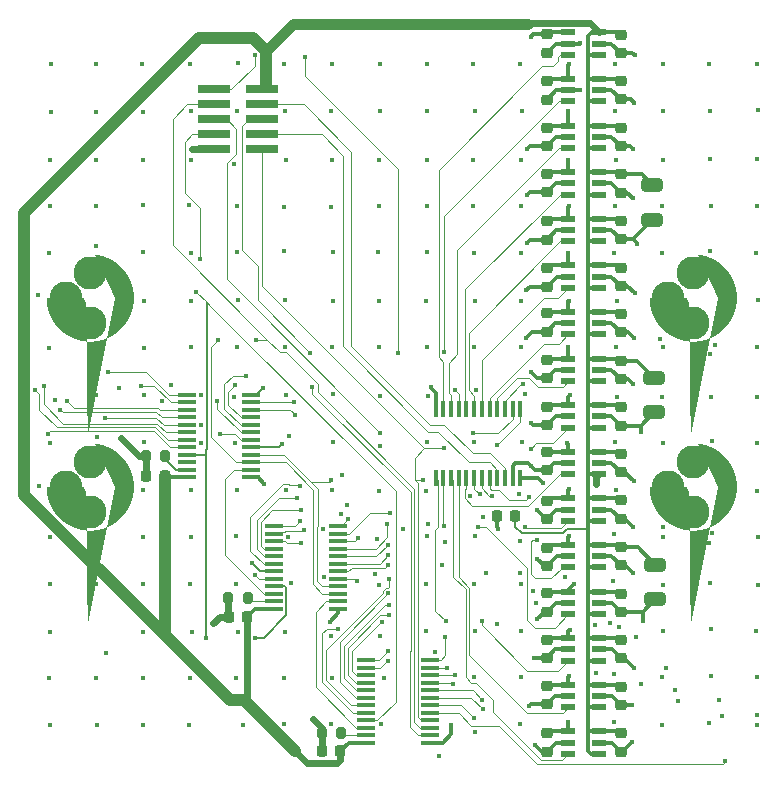
<source format=gbr>
%TF.GenerationSoftware,KiCad,Pcbnew,7.0.5*%
%TF.CreationDate,2023-09-21T19:27:35-05:00*%
%TF.ProjectId,KiCadPanel,4b694361-6450-4616-9e65-6c2e6b696361,rev?*%
%TF.SameCoordinates,Original*%
%TF.FileFunction,Copper,L1,Top*%
%TF.FilePolarity,Positive*%
%FSLAX46Y46*%
G04 Gerber Fmt 4.6, Leading zero omitted, Abs format (unit mm)*
G04 Created by KiCad (PCBNEW 7.0.5) date 2023-09-21 19:27:35*
%MOMM*%
%LPD*%
G01*
G04 APERTURE LIST*
G04 Aperture macros list*
%AMRoundRect*
0 Rectangle with rounded corners*
0 $1 Rounding radius*
0 $2 $3 $4 $5 $6 $7 $8 $9 X,Y pos of 4 corners*
0 Add a 4 corners polygon primitive as box body*
4,1,4,$2,$3,$4,$5,$6,$7,$8,$9,$2,$3,0*
0 Add four circle primitives for the rounded corners*
1,1,$1+$1,$2,$3*
1,1,$1+$1,$4,$5*
1,1,$1+$1,$6,$7*
1,1,$1+$1,$8,$9*
0 Add four rect primitives between the rounded corners*
20,1,$1+$1,$2,$3,$4,$5,0*
20,1,$1+$1,$4,$5,$6,$7,0*
20,1,$1+$1,$6,$7,$8,$9,0*
20,1,$1+$1,$8,$9,$2,$3,0*%
%AMFreePoly0*
4,1,85,-1.713245,3.679731,-1.330727,3.619146,-0.956637,3.518909,-0.595074,3.380118,-0.250000,3.204294,0.074805,2.993363,0.375783,2.749636,0.649636,2.475783,0.893363,2.174805,1.104294,1.850000,1.280118,1.504926,1.418909,1.143363,1.519146,0.769273,1.579731,0.386755,1.600000,0.000000,1.579731,-0.386755,1.519146,-0.769273,1.418909,-1.143363,1.280118,-1.504926,1.104294,-1.850000,
0.893363,-2.174805,0.649636,-2.475783,0.375783,-2.749636,0.074805,-2.993363,-0.250000,-3.204294,-0.595074,-3.380118,-0.956637,-3.518909,-1.330727,-3.619146,-1.713245,-3.679731,-2.100000,-3.700000,-2.486755,-3.679731,-2.869273,-3.619146,-3.243363,-3.518909,-3.604926,-3.380118,-3.950000,-3.204294,-4.274805,-2.993363,-4.575783,-2.749636,-4.849636,-2.475783,-5.093363,-2.174805,-5.304294,-1.850000,
-5.480118,-1.504926,-5.618909,-1.143363,-5.719146,-0.769273,-5.779731,-0.386755,-5.800000,0.000000,-2.605142,0.000000,-2.584680,-0.142315,-2.524952,-0.273100,-2.430798,-0.381761,-2.309844,-0.459493,-2.171889,-0.500000,-2.028111,-0.500000,-1.890156,-0.459493,-1.769202,-0.381761,-1.675048,-0.273100,-1.615320,-0.142315,-1.594858,0.000000,-1.615320,0.142315,-1.675048,0.273100,-1.769202,0.381761,
-1.890156,0.459493,-2.028111,0.500000,-2.171889,0.500000,-2.309844,0.459493,-2.430798,0.381761,-2.524952,0.273100,-2.584680,0.142315,-2.605142,0.000000,-5.800000,0.000000,-5.779731,0.386755,-5.719146,0.769273,-5.618909,1.143363,-5.480118,1.504926,-5.304294,1.850000,-5.093363,2.174805,-4.849636,2.475783,-4.575783,2.749636,-4.274805,2.993363,-3.950000,3.204294,-3.604926,3.380118,
-3.243363,3.518909,-2.869273,3.619146,-2.486755,3.679731,-2.100000,3.700000,-1.713245,3.679731,-1.713245,3.679731,$1*%
G04 Aperture macros list end*
%TA.AperFunction,SMDPad,CuDef*%
%ADD10RoundRect,0.225000X0.225000X0.250000X-0.225000X0.250000X-0.225000X-0.250000X0.225000X-0.250000X0*%
%TD*%
%TA.AperFunction,SMDPad,CuDef*%
%ADD11RoundRect,0.225000X-0.250000X0.225000X-0.250000X-0.225000X0.250000X-0.225000X0.250000X0.225000X0*%
%TD*%
%TA.AperFunction,SMDPad,CuDef*%
%ADD12R,1.150000X0.600000*%
%TD*%
%TA.AperFunction,SMDPad,CuDef*%
%ADD13R,2.770000X0.650000*%
%TD*%
%TA.AperFunction,SMDPad,CuDef*%
%ADD14C,2.800000*%
%TD*%
%TA.AperFunction,SMDPad,CuDef*%
%ADD15FreePoly0,0.000000*%
%TD*%
%TA.AperFunction,SMDPad,CuDef*%
%ADD16R,1.522000X0.435000*%
%TD*%
%TA.AperFunction,SMDPad,CuDef*%
%ADD17RoundRect,0.250000X-0.650000X0.325000X-0.650000X-0.325000X0.650000X-0.325000X0.650000X0.325000X0*%
%TD*%
%TA.AperFunction,SMDPad,CuDef*%
%ADD18RoundRect,0.200000X0.200000X0.275000X-0.200000X0.275000X-0.200000X-0.275000X0.200000X-0.275000X0*%
%TD*%
%TA.AperFunction,SMDPad,CuDef*%
%ADD19R,0.450000X1.475000*%
%TD*%
%TA.AperFunction,ViaPad*%
%ADD20C,0.450000*%
%TD*%
%TA.AperFunction,Conductor*%
%ADD21C,0.300000*%
%TD*%
%TA.AperFunction,Conductor*%
%ADD22C,0.375000*%
%TD*%
%TA.AperFunction,Conductor*%
%ADD23C,1.000000*%
%TD*%
%TA.AperFunction,Conductor*%
%ADD24C,0.200000*%
%TD*%
%TA.AperFunction,Conductor*%
%ADD25C,0.590000*%
%TD*%
%TA.AperFunction,Conductor*%
%ADD26C,0.349300*%
%TD*%
%TA.AperFunction,Conductor*%
%ADD27C,0.950000*%
%TD*%
%TA.AperFunction,Conductor*%
%ADD28C,0.600000*%
%TD*%
%TA.AperFunction,Conductor*%
%ADD29C,0.125000*%
%TD*%
%TA.AperFunction,Conductor*%
%ADD30C,0.150000*%
%TD*%
G04 APERTURE END LIST*
D10*
%TO.P,C19,1*%
%TO.N,+3V3*%
X142470000Y-92450000D03*
%TO.P,C19,2*%
%TO.N,GND*%
X140920000Y-92450000D03*
%TD*%
D11*
%TO.P,C27,1*%
%TO.N,+3V3*%
X151390000Y-106921000D03*
%TO.P,C27,2*%
%TO.N,GND*%
X151390000Y-108471000D03*
%TD*%
%TO.P,C21,1*%
%TO.N,ROW_5_OUT*%
X145130000Y-71485000D03*
%TO.P,C21,2*%
%TO.N,GND*%
X145130000Y-73035000D03*
%TD*%
D12*
%TO.P,IC18,1,OUT*%
%TO.N,ROW_7_OUT*%
X146960000Y-79132000D03*
%TO.P,IC18,2,GND_1*%
%TO.N,GND*%
X146960000Y-80082000D03*
%TO.P,IC18,3,EN*%
%TO.N,ROW_7_EN*%
X146960000Y-81032000D03*
%TO.P,IC18,4,IN_1*%
%TO.N,+3V3*%
X149560000Y-81032000D03*
%TO.P,IC18,5,GND_2*%
%TO.N,GND*%
X149560000Y-80082000D03*
%TO.P,IC18,6,IN_2*%
%TO.N,+3V3*%
X149560000Y-79132000D03*
%TD*%
D11*
%TO.P,C5,1*%
%TO.N,+3V3*%
X151390000Y-99033000D03*
%TO.P,C5,2*%
%TO.N,GND*%
X151390000Y-100583000D03*
%TD*%
%TO.P,C3,1*%
%TO.N,+3V3*%
X151390000Y-67481000D03*
%TO.P,C3,2*%
%TO.N,GND*%
X151390000Y-69031000D03*
%TD*%
D12*
%TO.P,IC5,1,OUT*%
%TO.N,ROW_12_OUT*%
X146960000Y-98862000D03*
%TO.P,IC5,2,GND_1*%
%TO.N,GND*%
X146960000Y-99812000D03*
%TO.P,IC5,3,EN*%
%TO.N,ROW_12_EN*%
X146960000Y-100762000D03*
%TO.P,IC5,4,IN_1*%
%TO.N,+3V3*%
X149560000Y-100762000D03*
%TO.P,IC5,5,GND_2*%
%TO.N,GND*%
X149560000Y-99812000D03*
%TO.P,IC5,6,IN_2*%
%TO.N,+3V3*%
X149560000Y-98862000D03*
%TD*%
D13*
%TO.P,J1,1,1*%
%TO.N,+3V3*%
X121010000Y-56350000D03*
%TO.P,J1,2,2*%
%TO.N,MUX_B3*%
X121010000Y-57620000D03*
%TO.P,J1,3,3*%
%TO.N,SERIAL_IN0*%
X121010000Y-58890000D03*
%TO.P,J1,4,4*%
%TO.N,MUX_B2*%
X121010000Y-60160000D03*
%TO.P,J1,5,5*%
%TO.N,LATCH*%
X121010000Y-61430000D03*
%TO.P,J1,6,6*%
%TO.N,MUX_B1*%
X116970000Y-56350000D03*
%TO.P,J1,7,7*%
%TO.N,MASTER_CLK*%
X116970000Y-57620000D03*
%TO.P,J1,8,8*%
%TO.N,MUX_B0*%
X116970000Y-58890000D03*
%TO.P,J1,9,9*%
%TO.N,BRIGHTNESS_PWM*%
X116970000Y-60160000D03*
%TO.P,J1,10,10*%
%TO.N,GND*%
X116970000Y-61430000D03*
%TD*%
D11*
%TO.P,C35,1*%
%TO.N,+3V3*%
X151390000Y-95089000D03*
%TO.P,C35,2*%
%TO.N,GND*%
X151390000Y-96639000D03*
%TD*%
D14*
%TO.P,H102,1*%
%TO.N,N/C*%
X104400000Y-74000000D03*
X106500000Y-71900000D03*
X106500000Y-76100000D03*
D15*
X108600000Y-74000000D03*
%TD*%
D12*
%TO.P,IC4,1,OUT*%
%TO.N,ROW_8_OUT*%
X146960000Y-83078000D03*
%TO.P,IC4,2,GND_1*%
%TO.N,GND*%
X146960000Y-84028000D03*
%TO.P,IC4,3,EN*%
%TO.N,ROW_8_EN*%
X146960000Y-84978000D03*
%TO.P,IC4,4,IN_1*%
%TO.N,+3V3*%
X149560000Y-84978000D03*
%TO.P,IC4,5,GND_2*%
%TO.N,GND*%
X149560000Y-84028000D03*
%TO.P,IC4,6,IN_2*%
%TO.N,+3V3*%
X149560000Y-83078000D03*
%TD*%
D11*
%TO.P,C31,1*%
%TO.N,ROW_14_OUT*%
X145130000Y-106850000D03*
%TO.P,C31,2*%
%TO.N,GND*%
X145130000Y-108400000D03*
%TD*%
%TO.P,C20,1*%
%TO.N,ROW_1_OUT*%
X145130000Y-55655000D03*
%TO.P,C20,2*%
%TO.N,GND*%
X145130000Y-57205000D03*
%TD*%
D12*
%TO.P,IC3,1,OUT*%
%TO.N,ROW_4_OUT*%
X146960000Y-67294000D03*
%TO.P,IC3,2,GND_1*%
%TO.N,GND*%
X146960000Y-68244000D03*
%TO.P,IC3,3,EN*%
%TO.N,ROW_4_EN*%
X146960000Y-69194000D03*
%TO.P,IC3,4,IN_1*%
%TO.N,+3V3*%
X149560000Y-69194000D03*
%TO.P,IC3,5,GND_2*%
%TO.N,GND*%
X149560000Y-68244000D03*
%TO.P,IC3,6,IN_2*%
%TO.N,+3V3*%
X149560000Y-67294000D03*
%TD*%
D11*
%TO.P,C37,1*%
%TO.N,ROW_3_OUT*%
X145130000Y-63510000D03*
%TO.P,C37,2*%
%TO.N,GND*%
X145130000Y-65060000D03*
%TD*%
%TO.P,C38,1*%
%TO.N,ROW_7_OUT*%
X145130000Y-79260000D03*
%TO.P,C38,2*%
%TO.N,GND*%
X145130000Y-80810000D03*
%TD*%
D16*
%TO.P,IC10,1,GND*%
%TO.N,GND*%
X127490000Y-100334000D03*
%TO.P,IC10,2,SDI*%
%TO.N,Net-(IC1-SDO)*%
X127490000Y-99700000D03*
%TO.P,IC10,3,CLK*%
%TO.N,MASTER_CLK*%
X127490000Y-99064000D03*
%TO.P,IC10,4,LE*%
%TO.N,LATCH*%
X127490000Y-98430000D03*
%TO.P,IC10,5,OUT0*%
%TO.N,LED_5_GREEN*%
X127490000Y-97794000D03*
%TO.P,IC10,6,OUT1*%
%TO.N,LED_5_BLUE*%
X127490000Y-97160000D03*
%TO.P,IC10,7,OUT2*%
%TO.N,LED_6_RED*%
X127490000Y-96524000D03*
%TO.P,IC10,8,OUT3*%
%TO.N,LED_6_GREEN*%
X127490000Y-95890000D03*
%TO.P,IC10,9,OUT4*%
%TO.N,LED_6_BLUE*%
X127490000Y-95254000D03*
%TO.P,IC10,10,OUT5*%
%TO.N,LED_7_RED*%
X127490000Y-94620000D03*
%TO.P,IC10,11,OUT6*%
%TO.N,LED_7_GREEN*%
X127490000Y-93984000D03*
%TO.P,IC10,12,OUT7*%
%TO.N,LED_7_BLUE*%
X127490000Y-93350000D03*
%TO.P,IC10,13,OUT8*%
%TO.N,LED_8_RED*%
X122062000Y-93350000D03*
%TO.P,IC10,14,OUT9*%
%TO.N,LED_8_GREEN*%
X122062000Y-93984000D03*
%TO.P,IC10,15,OUT10*%
%TO.N,LED_8_BLUE*%
X122062000Y-94620000D03*
%TO.P,IC10,16,OUT11*%
%TO.N,LED_9_RED*%
X122062000Y-95254000D03*
%TO.P,IC10,17,OUT12*%
%TO.N,LED_9_GREEN*%
X122062000Y-95890000D03*
%TO.P,IC10,18,OUT13*%
%TO.N,LED_9_BLUE*%
X122062000Y-96524000D03*
%TO.P,IC10,19,OUT14*%
%TO.N,LED_10_RED*%
X122062000Y-97160000D03*
%TO.P,IC10,20,OUT15*%
%TO.N,LED_10_GREEN*%
X122062000Y-97794000D03*
%TO.P,IC10,21,~{OE}*%
%TO.N,BRIGHTNESS_PWM*%
X122062000Y-98430000D03*
%TO.P,IC10,22,SDO*%
%TO.N,Net-(IC10-SDO)*%
X122062000Y-99064000D03*
%TO.P,IC10,23,R-EXT*%
%TO.N,Net-(IC10-R-EXT)*%
X122062000Y-99700000D03*
%TO.P,IC10,24,VDD*%
%TO.N,+3V3*%
X122062000Y-100334000D03*
%TD*%
D11*
%TO.P,C22,1*%
%TO.N,ROW_9_OUT*%
X145130000Y-87025000D03*
%TO.P,C22,2*%
%TO.N,GND*%
X145130000Y-88575000D03*
%TD*%
D17*
%TO.P,C6,1*%
%TO.N,+3V3*%
X154080000Y-64435000D03*
%TO.P,C6,2*%
%TO.N,GND*%
X154080000Y-67385000D03*
%TD*%
D14*
%TO.P,H103,1*%
%TO.N,N/C*%
X104400000Y-90000000D03*
X106500000Y-87900000D03*
X106500000Y-92100000D03*
D15*
X108600000Y-90000000D03*
%TD*%
D11*
%TO.P,C26,1*%
%TO.N,+3V3*%
X151390000Y-91145000D03*
%TO.P,C26,2*%
%TO.N,GND*%
X151390000Y-92695000D03*
%TD*%
%TO.P,C16,1*%
%TO.N,+3V3*%
X151390000Y-87201000D03*
%TO.P,C16,2*%
%TO.N,GND*%
X151390000Y-88751000D03*
%TD*%
%TO.P,C28,1*%
%TO.N,ROW_2_OUT*%
X145130000Y-59575000D03*
%TO.P,C28,2*%
%TO.N,GND*%
X145130000Y-61125000D03*
%TD*%
D10*
%TO.P,C32,1*%
%TO.N,+3V3*%
X112790000Y-89050000D03*
%TO.P,C32,2*%
%TO.N,GND*%
X111240000Y-89050000D03*
%TD*%
D11*
%TO.P,C17,1*%
%TO.N,+3V3*%
X151390000Y-102977000D03*
%TO.P,C17,2*%
%TO.N,GND*%
X151390000Y-104527000D03*
%TD*%
%TO.P,C12,1*%
%TO.N,ROW_8_OUT*%
X145130000Y-83235000D03*
%TO.P,C12,2*%
%TO.N,GND*%
X145130000Y-84785000D03*
%TD*%
D12*
%TO.P,IC2,1,OUT*%
%TO.N,ROW_0_OUT*%
X146960000Y-51510000D03*
%TO.P,IC2,2,GND_1*%
%TO.N,GND*%
X146960000Y-52460000D03*
%TO.P,IC2,3,EN*%
%TO.N,ROW_0_EN*%
X146960000Y-53410000D03*
%TO.P,IC2,4,IN_1*%
%TO.N,+3V3*%
X149560000Y-53410000D03*
%TO.P,IC2,5,GND_2*%
%TO.N,GND*%
X149560000Y-52460000D03*
%TO.P,IC2,6,IN_2*%
%TO.N,+3V3*%
X149560000Y-51510000D03*
%TD*%
D18*
%TO.P,R3,1*%
%TO.N,Net-(IC16-R-EXT)*%
X112840000Y-87390000D03*
%TO.P,R3,2*%
%TO.N,GND*%
X111190000Y-87390000D03*
%TD*%
D12*
%TO.P,IC14,1,OUT*%
%TO.N,ROW_10_OUT*%
X146960000Y-90970000D03*
%TO.P,IC14,2,GND_1*%
%TO.N,GND*%
X146960000Y-91920000D03*
%TO.P,IC14,3,EN*%
%TO.N,ROW_10_EN*%
X146960000Y-92870000D03*
%TO.P,IC14,4,IN_1*%
%TO.N,+3V3*%
X149560000Y-92870000D03*
%TO.P,IC14,5,GND_2*%
%TO.N,GND*%
X149560000Y-91920000D03*
%TO.P,IC14,6,IN_2*%
%TO.N,+3V3*%
X149560000Y-90970000D03*
%TD*%
D19*
%TO.P,IC11,1,LE*%
%TO.N,LATCH*%
X142890000Y-83374000D03*
%TO.P,IC11,2,A0*%
%TO.N,MUX_B0*%
X142240000Y-83374000D03*
%TO.P,IC11,3,A1*%
%TO.N,MUX_B1*%
X141590000Y-83374000D03*
%TO.P,IC11,4,Q7*%
%TO.N,ROW_7_EN*%
X140940000Y-83374000D03*
%TO.P,IC11,5,Q6*%
%TO.N,ROW_6_EN*%
X140290000Y-83374000D03*
%TO.P,IC11,6,Q5*%
%TO.N,ROW_5_EN*%
X139640000Y-83374000D03*
%TO.P,IC11,7,Q4*%
%TO.N,ROW_4_EN*%
X138990000Y-83374000D03*
%TO.P,IC11,8,Q3*%
%TO.N,ROW_3_EN*%
X138340000Y-83374000D03*
%TO.P,IC11,9,Q1*%
%TO.N,ROW_1_EN*%
X137690000Y-83374000D03*
%TO.P,IC11,10,Q2*%
%TO.N,ROW_2_EN*%
X137040000Y-83374000D03*
%TO.P,IC11,11,Q0*%
%TO.N,ROW_0_EN*%
X136390000Y-83374000D03*
%TO.P,IC11,12,GND*%
%TO.N,GND*%
X135740000Y-83374000D03*
%TO.P,IC11,13,Q13*%
%TO.N,ROW_13_EN*%
X135740000Y-89250000D03*
%TO.P,IC11,14,Q12*%
%TO.N,ROW_12_EN*%
X136390000Y-89250000D03*
%TO.P,IC11,15,Q15*%
%TO.N,ROW_15_EN*%
X137040000Y-89250000D03*
%TO.P,IC11,16,Q14*%
%TO.N,ROW_14_EN*%
X137690000Y-89250000D03*
%TO.P,IC11,17,Q9*%
%TO.N,ROW_9_EN*%
X138340000Y-89250000D03*
%TO.P,IC11,18,Q8*%
%TO.N,ROW_8_EN*%
X138990000Y-89250000D03*
%TO.P,IC11,19,Q11*%
%TO.N,ROW_11_EN*%
X139640000Y-89250000D03*
%TO.P,IC11,20,Q10*%
%TO.N,ROW_10_EN*%
X140290000Y-89250000D03*
%TO.P,IC11,21,A2*%
%TO.N,MUX_B2*%
X140940000Y-89250000D03*
%TO.P,IC11,22,A3*%
%TO.N,MUX_B3*%
X141590000Y-89250000D03*
%TO.P,IC11,23,~{E}*%
%TO.N,GND*%
X142240000Y-89250000D03*
%TO.P,IC11,24,VCC*%
%TO.N,+3V3*%
X142890000Y-89250000D03*
%TD*%
D11*
%TO.P,C36,1*%
%TO.N,+3V3*%
X151390000Y-110865000D03*
%TO.P,C36,2*%
%TO.N,GND*%
X151390000Y-112415000D03*
%TD*%
D12*
%TO.P,IC13,1,OUT*%
%TO.N,ROW_6_OUT*%
X146960000Y-75186000D03*
%TO.P,IC13,2,GND_1*%
%TO.N,GND*%
X146960000Y-76136000D03*
%TO.P,IC13,3,EN*%
%TO.N,ROW_6_EN*%
X146960000Y-77086000D03*
%TO.P,IC13,4,IN_1*%
%TO.N,+3V3*%
X149560000Y-77086000D03*
%TO.P,IC13,5,GND_2*%
%TO.N,GND*%
X149560000Y-76136000D03*
%TO.P,IC13,6,IN_2*%
%TO.N,+3V3*%
X149560000Y-75186000D03*
%TD*%
D10*
%TO.P,C18,1*%
%TO.N,+3V3*%
X119760000Y-101030000D03*
%TO.P,C18,2*%
%TO.N,GND*%
X118210000Y-101030000D03*
%TD*%
D12*
%TO.P,IC7,1,OUT*%
%TO.N,ROW_5_OUT*%
X146960000Y-71240000D03*
%TO.P,IC7,2,GND_1*%
%TO.N,GND*%
X146960000Y-72190000D03*
%TO.P,IC7,3,EN*%
%TO.N,ROW_5_EN*%
X146960000Y-73140000D03*
%TO.P,IC7,4,IN_1*%
%TO.N,+3V3*%
X149560000Y-73140000D03*
%TO.P,IC7,5,GND_2*%
%TO.N,GND*%
X149560000Y-72190000D03*
%TO.P,IC7,6,IN_2*%
%TO.N,+3V3*%
X149560000Y-71240000D03*
%TD*%
%TO.P,IC9,1,OUT*%
%TO.N,ROW_13_OUT*%
X146960000Y-102808000D03*
%TO.P,IC9,2,GND_1*%
%TO.N,GND*%
X146960000Y-103758000D03*
%TO.P,IC9,3,EN*%
%TO.N,ROW_13_EN*%
X146960000Y-104708000D03*
%TO.P,IC9,4,IN_1*%
%TO.N,+3V3*%
X149560000Y-104708000D03*
%TO.P,IC9,5,GND_2*%
%TO.N,GND*%
X149560000Y-103758000D03*
%TO.P,IC9,6,IN_2*%
%TO.N,+3V3*%
X149560000Y-102808000D03*
%TD*%
D10*
%TO.P,C1,1*%
%TO.N,+3V3*%
X127660000Y-112390000D03*
%TO.P,C1,2*%
%TO.N,GND*%
X126110000Y-112390000D03*
%TD*%
D17*
%TO.P,C7,1*%
%TO.N,+3V3*%
X154330000Y-96575000D03*
%TO.P,C7,2*%
%TO.N,GND*%
X154330000Y-99525000D03*
%TD*%
D11*
%TO.P,C14,1*%
%TO.N,+3V3*%
X151390000Y-55649000D03*
%TO.P,C14,2*%
%TO.N,GND*%
X151390000Y-57199000D03*
%TD*%
D12*
%TO.P,IC8,1,OUT*%
%TO.N,ROW_9_OUT*%
X146960000Y-87024000D03*
%TO.P,IC8,2,GND_1*%
%TO.N,GND*%
X146960000Y-87974000D03*
%TO.P,IC8,3,EN*%
%TO.N,ROW_9_EN*%
X146960000Y-88924000D03*
%TO.P,IC8,4,IN_1*%
%TO.N,+3V3*%
X149560000Y-88924000D03*
%TO.P,IC8,5,GND_2*%
%TO.N,GND*%
X149560000Y-87974000D03*
%TO.P,IC8,6,IN_2*%
%TO.N,+3V3*%
X149560000Y-87024000D03*
%TD*%
D14*
%TO.P,H101,1*%
%TO.N,N/C*%
X155400000Y-90000000D03*
X157500000Y-87900000D03*
X157500000Y-92100000D03*
D15*
X159600000Y-90000000D03*
%TD*%
D11*
%TO.P,C4,1*%
%TO.N,+3V3*%
X151390000Y-83257000D03*
%TO.P,C4,2*%
%TO.N,GND*%
X151390000Y-84807000D03*
%TD*%
D12*
%TO.P,IC19,1,OUT*%
%TO.N,ROW_11_OUT*%
X146960000Y-94916000D03*
%TO.P,IC19,2,GND_1*%
%TO.N,GND*%
X146960000Y-95866000D03*
%TO.P,IC19,3,EN*%
%TO.N,ROW_11_EN*%
X146960000Y-96816000D03*
%TO.P,IC19,4,IN_1*%
%TO.N,+3V3*%
X149560000Y-96816000D03*
%TO.P,IC19,5,GND_2*%
%TO.N,GND*%
X149560000Y-95866000D03*
%TO.P,IC19,6,IN_2*%
%TO.N,+3V3*%
X149560000Y-94916000D03*
%TD*%
D11*
%TO.P,C33,1*%
%TO.N,+3V3*%
X151390000Y-63537000D03*
%TO.P,C33,2*%
%TO.N,GND*%
X151390000Y-65087000D03*
%TD*%
D12*
%TO.P,IC17,1,OUT*%
%TO.N,ROW_3_OUT*%
X146960000Y-63348000D03*
%TO.P,IC17,2,GND_1*%
%TO.N,GND*%
X146960000Y-64298000D03*
%TO.P,IC17,3,EN*%
%TO.N,ROW_3_EN*%
X146960000Y-65248000D03*
%TO.P,IC17,4,IN_1*%
%TO.N,+3V3*%
X149560000Y-65248000D03*
%TO.P,IC17,5,GND_2*%
%TO.N,GND*%
X149560000Y-64298000D03*
%TO.P,IC17,6,IN_2*%
%TO.N,+3V3*%
X149560000Y-63348000D03*
%TD*%
D11*
%TO.P,C24,1*%
%TO.N,+3V3*%
X151390000Y-59593000D03*
%TO.P,C24,2*%
%TO.N,GND*%
X151390000Y-61143000D03*
%TD*%
D16*
%TO.P,IC16,1,GND*%
%TO.N,GND*%
X120100000Y-89194000D03*
%TO.P,IC16,2,SDI*%
%TO.N,Net-(IC10-SDO)*%
X120100000Y-88560000D03*
%TO.P,IC16,3,CLK*%
%TO.N,MASTER_CLK*%
X120100000Y-87924000D03*
%TO.P,IC16,4,LE*%
%TO.N,LATCH*%
X120100000Y-87290000D03*
%TO.P,IC16,5,OUT0*%
%TO.N,LED_10_BLUE*%
X120100000Y-86654000D03*
%TO.P,IC16,6,OUT1*%
%TO.N,LED_11_RED*%
X120100000Y-86020000D03*
%TO.P,IC16,7,OUT2*%
%TO.N,LED_11_GREEN*%
X120100000Y-85384000D03*
%TO.P,IC16,8,OUT3*%
%TO.N,LED_11_BLUE*%
X120100000Y-84750000D03*
%TO.P,IC16,9,OUT4*%
%TO.N,LED_12_RED*%
X120100000Y-84114000D03*
%TO.P,IC16,10,OUT5*%
%TO.N,LED_12_GREEN*%
X120100000Y-83480000D03*
%TO.P,IC16,11,OUT6*%
%TO.N,LED_12_BLUE*%
X120100000Y-82844000D03*
%TO.P,IC16,12,OUT7*%
%TO.N,LED_13_RED*%
X120100000Y-82210000D03*
%TO.P,IC16,13,OUT8*%
%TO.N,LED_13_GREEN*%
X114672000Y-82210000D03*
%TO.P,IC16,14,OUT9*%
%TO.N,LED_13_BLUE*%
X114672000Y-82844000D03*
%TO.P,IC16,15,OUT10*%
%TO.N,LED_14_RED*%
X114672000Y-83480000D03*
%TO.P,IC16,16,OUT11*%
%TO.N,LED_14_GREEN*%
X114672000Y-84114000D03*
%TO.P,IC16,17,OUT12*%
%TO.N,LED_14_BLUE*%
X114672000Y-84750000D03*
%TO.P,IC16,18,OUT13*%
%TO.N,LED_15_RED*%
X114672000Y-85384000D03*
%TO.P,IC16,19,OUT14*%
%TO.N,LED_15_GREEN*%
X114672000Y-86020000D03*
%TO.P,IC16,20,OUT15*%
%TO.N,LED_15_BLUE*%
X114672000Y-86654000D03*
%TO.P,IC16,21,~{OE}*%
%TO.N,BRIGHTNESS_PWM*%
X114672000Y-87290000D03*
%TO.P,IC16,22,SDO*%
%TO.N,unconnected-(IC16-SDO-Pad22)*%
X114672000Y-87924000D03*
%TO.P,IC16,23,R-EXT*%
%TO.N,Net-(IC16-R-EXT)*%
X114672000Y-88560000D03*
%TO.P,IC16,24,VDD*%
%TO.N,+3V3*%
X114672000Y-89194000D03*
%TD*%
D12*
%TO.P,IC15,1,OUT*%
%TO.N,ROW_14_OUT*%
X146960000Y-106754000D03*
%TO.P,IC15,2,GND_1*%
%TO.N,GND*%
X146960000Y-107704000D03*
%TO.P,IC15,3,EN*%
%TO.N,ROW_14_EN*%
X146960000Y-108654000D03*
%TO.P,IC15,4,IN_1*%
%TO.N,+3V3*%
X149560000Y-108654000D03*
%TO.P,IC15,5,GND_2*%
%TO.N,GND*%
X149560000Y-107704000D03*
%TO.P,IC15,6,IN_2*%
%TO.N,+3V3*%
X149560000Y-106754000D03*
%TD*%
D11*
%TO.P,C40,1*%
%TO.N,ROW_15_OUT*%
X145130000Y-110865000D03*
%TO.P,C40,2*%
%TO.N,GND*%
X145130000Y-112415000D03*
%TD*%
%TO.P,C11,1*%
%TO.N,ROW_4_OUT*%
X145130000Y-67505000D03*
%TO.P,C11,2*%
%TO.N,GND*%
X145130000Y-69055000D03*
%TD*%
D12*
%TO.P,IC20,1,OUT*%
%TO.N,ROW_15_OUT*%
X146960000Y-110700000D03*
%TO.P,IC20,2,GND_1*%
%TO.N,GND*%
X146960000Y-111650000D03*
%TO.P,IC20,3,EN*%
%TO.N,ROW_15_EN*%
X146960000Y-112600000D03*
%TO.P,IC20,4,IN_1*%
%TO.N,+3V3*%
X149560000Y-112600000D03*
%TO.P,IC20,5,GND_2*%
%TO.N,GND*%
X149560000Y-111650000D03*
%TO.P,IC20,6,IN_2*%
%TO.N,+3V3*%
X149560000Y-110700000D03*
%TD*%
D11*
%TO.P,C2,1*%
%TO.N,+3V3*%
X151390000Y-51705000D03*
%TO.P,C2,2*%
%TO.N,GND*%
X151390000Y-53255000D03*
%TD*%
%TO.P,C29,1*%
%TO.N,ROW_6_OUT*%
X145130000Y-75295000D03*
%TO.P,C29,2*%
%TO.N,GND*%
X145130000Y-76845000D03*
%TD*%
%TO.P,C34,1*%
%TO.N,+3V3*%
X151390000Y-79313000D03*
%TO.P,C34,2*%
%TO.N,GND*%
X151390000Y-80863000D03*
%TD*%
D18*
%TO.P,R1,1*%
%TO.N,Net-(IC1-R-EXT)*%
X127740000Y-110820000D03*
%TO.P,R1,2*%
%TO.N,GND*%
X126090000Y-110820000D03*
%TD*%
D11*
%TO.P,C15,1*%
%TO.N,+3V3*%
X151390000Y-71425000D03*
%TO.P,C15,2*%
%TO.N,GND*%
X151390000Y-72975000D03*
%TD*%
D16*
%TO.P,IC1,1,GND*%
%TO.N,GND*%
X135264000Y-111642000D03*
%TO.P,IC1,2,SDI*%
%TO.N,SERIAL_IN0*%
X135264000Y-111008000D03*
%TO.P,IC1,3,CLK*%
%TO.N,MASTER_CLK*%
X135264000Y-110372000D03*
%TO.P,IC1,4,LE*%
%TO.N,LATCH*%
X135264000Y-109738000D03*
%TO.P,IC1,5,OUT0*%
%TO.N,LED_0_RED*%
X135264000Y-109102000D03*
%TO.P,IC1,6,OUT1*%
%TO.N,LED_0_GREEN*%
X135264000Y-108468000D03*
%TO.P,IC1,7,OUT2*%
%TO.N,LED_0_BLUE*%
X135264000Y-107832000D03*
%TO.P,IC1,8,OUT3*%
%TO.N,LED_1_RED*%
X135264000Y-107198000D03*
%TO.P,IC1,9,OUT4*%
%TO.N,LED_1_GREEN*%
X135264000Y-106562000D03*
%TO.P,IC1,10,OUT5*%
%TO.N,LED_1_BLUE*%
X135264000Y-105928000D03*
%TO.P,IC1,11,OUT6*%
%TO.N,LED_2_RED*%
X135264000Y-105292000D03*
%TO.P,IC1,12,OUT7*%
%TO.N,LED_2_GREEN*%
X135264000Y-104658000D03*
%TO.P,IC1,13,OUT8*%
%TO.N,LED_2_BLUE*%
X129836000Y-104658000D03*
%TO.P,IC1,14,OUT9*%
%TO.N,LED_3_RED*%
X129836000Y-105292000D03*
%TO.P,IC1,15,OUT10*%
%TO.N,LED_3_GREEN*%
X129836000Y-105928000D03*
%TO.P,IC1,16,OUT11*%
%TO.N,LED_3_BLUE*%
X129836000Y-106562000D03*
%TO.P,IC1,17,OUT12*%
%TO.N,LED_4_RED*%
X129836000Y-107198000D03*
%TO.P,IC1,18,OUT13*%
%TO.N,LED_4_GREEN*%
X129836000Y-107832000D03*
%TO.P,IC1,19,OUT14*%
%TO.N,LED_4_BLUE*%
X129836000Y-108468000D03*
%TO.P,IC1,20,OUT15*%
%TO.N,LED_5_RED*%
X129836000Y-109102000D03*
%TO.P,IC1,21,~{OE}*%
%TO.N,BRIGHTNESS_PWM*%
X129836000Y-109738000D03*
%TO.P,IC1,22,SDO*%
%TO.N,Net-(IC1-SDO)*%
X129836000Y-110372000D03*
%TO.P,IC1,23,R-EXT*%
%TO.N,Net-(IC1-R-EXT)*%
X129836000Y-111008000D03*
%TO.P,IC1,24,VDD*%
%TO.N,+3V3*%
X129836000Y-111642000D03*
%TD*%
D12*
%TO.P,IC12,1,OUT*%
%TO.N,ROW_2_OUT*%
X146960000Y-59402000D03*
%TO.P,IC12,2,GND_1*%
%TO.N,GND*%
X146960000Y-60352000D03*
%TO.P,IC12,3,EN*%
%TO.N,ROW_2_EN*%
X146960000Y-61302000D03*
%TO.P,IC12,4,IN_1*%
%TO.N,+3V3*%
X149560000Y-61302000D03*
%TO.P,IC12,5,GND_2*%
%TO.N,GND*%
X149560000Y-60352000D03*
%TO.P,IC12,6,IN_2*%
%TO.N,+3V3*%
X149560000Y-59402000D03*
%TD*%
D11*
%TO.P,C23,1*%
%TO.N,ROW_13_OUT*%
X145130000Y-102940000D03*
%TO.P,C23,2*%
%TO.N,GND*%
X145130000Y-104490000D03*
%TD*%
D14*
%TO.P,H100,1*%
%TO.N,N/C*%
X155400000Y-74000000D03*
X157500000Y-71900000D03*
X157500000Y-76100000D03*
D15*
X159600000Y-74000000D03*
%TD*%
D12*
%TO.P,IC6,1,OUT*%
%TO.N,ROW_1_OUT*%
X146960000Y-55456000D03*
%TO.P,IC6,2,GND_1*%
%TO.N,GND*%
X146960000Y-56406000D03*
%TO.P,IC6,3,EN*%
%TO.N,ROW_1_EN*%
X146960000Y-57356000D03*
%TO.P,IC6,4,IN_1*%
%TO.N,+3V3*%
X149560000Y-57356000D03*
%TO.P,IC6,5,GND_2*%
%TO.N,GND*%
X149560000Y-56406000D03*
%TO.P,IC6,6,IN_2*%
%TO.N,+3V3*%
X149560000Y-55456000D03*
%TD*%
D11*
%TO.P,C13,1*%
%TO.N,ROW_12_OUT*%
X145130000Y-99015000D03*
%TO.P,C13,2*%
%TO.N,GND*%
X145130000Y-100565000D03*
%TD*%
%TO.P,C25,1*%
%TO.N,+3V3*%
X151390000Y-75369000D03*
%TO.P,C25,2*%
%TO.N,GND*%
X151390000Y-76919000D03*
%TD*%
D18*
%TO.P,R2,1*%
%TO.N,Net-(IC10-R-EXT)*%
X119825000Y-99420000D03*
%TO.P,R2,2*%
%TO.N,GND*%
X118175000Y-99420000D03*
%TD*%
D11*
%TO.P,C39,1*%
%TO.N,ROW_11_OUT*%
X145130000Y-95150000D03*
%TO.P,C39,2*%
%TO.N,GND*%
X145130000Y-96700000D03*
%TD*%
D17*
%TO.P,C8,1*%
%TO.N,+3V3*%
X154220000Y-80745000D03*
%TO.P,C8,2*%
%TO.N,GND*%
X154220000Y-83695000D03*
%TD*%
D11*
%TO.P,C30,1*%
%TO.N,ROW_10_OUT*%
X145130000Y-91190000D03*
%TO.P,C30,2*%
%TO.N,GND*%
X145130000Y-92740000D03*
%TD*%
%TO.P,C10,1*%
%TO.N,ROW_0_OUT*%
X145130000Y-51695000D03*
%TO.P,C10,2*%
%TO.N,GND*%
X145130000Y-53245000D03*
%TD*%
D20*
%TO.N,+3V3*%
X144810000Y-89640000D03*
X149325500Y-89770000D03*
%TO.N,GND*%
X143460500Y-65310000D03*
X144346284Y-96068792D03*
X152325498Y-111580000D03*
X152429500Y-65570000D03*
X121210000Y-89740000D03*
X147975500Y-52450000D03*
X152500000Y-57460000D03*
X152580000Y-53440000D03*
X116920000Y-101550000D03*
X143674502Y-108520000D03*
X143770000Y-80280000D03*
X143780500Y-84620000D03*
X152429500Y-97300000D03*
X125325500Y-109610500D03*
X115090000Y-61430000D03*
X147975500Y-56390000D03*
X152790000Y-69420000D03*
X152470000Y-93410000D03*
X152530000Y-105370000D03*
X144080000Y-104480000D03*
X143420000Y-73370000D03*
X144300000Y-101220000D03*
X153260000Y-101324502D03*
X152429500Y-61420000D03*
X141020000Y-93530000D03*
X143460500Y-69330000D03*
X144279500Y-91970000D03*
X152429500Y-81320000D03*
X143460500Y-61390000D03*
X126780000Y-101420000D03*
X153100000Y-85350000D03*
X137040000Y-110140000D03*
X109070000Y-85870000D03*
X144170000Y-111890000D03*
X143380000Y-77360000D03*
X152500000Y-77370000D03*
X152490000Y-89540000D03*
X135300000Y-81580000D03*
X143790500Y-88230000D03*
X152580000Y-73600000D03*
X152325498Y-108497000D03*
%TO.N,ROW_0_OUT*%
X143760000Y-51920000D03*
%TO.N,ROW_4_OUT*%
X122900000Y-66280000D03*
X138870000Y-66230000D03*
X134980000Y-66190000D03*
X159060000Y-66220000D03*
X126840000Y-66270000D03*
X110940000Y-66170000D03*
X130900000Y-66220000D03*
X154930000Y-66230000D03*
X118870000Y-66220000D03*
X162930000Y-66220000D03*
X103100000Y-66220000D03*
X146990000Y-66230000D03*
X142950000Y-66220000D03*
X114860000Y-66150000D03*
X106930000Y-66190000D03*
X150940000Y-66220000D03*
%TO.N,ROW_8_OUT*%
X147100000Y-82260000D03*
X123020000Y-82220000D03*
X115870000Y-82210000D03*
X151090000Y-82370000D03*
X154910000Y-82370000D03*
X139153000Y-81760000D03*
X106980000Y-82210000D03*
X143270000Y-82130000D03*
X162900000Y-82390000D03*
X131020000Y-82320000D03*
X135050000Y-82340000D03*
X127055638Y-82104362D03*
X103460500Y-82610000D03*
X118674500Y-82390000D03*
X111000000Y-82220000D03*
X159040000Y-82360000D03*
%TO.N,ROW_12_OUT*%
X134890000Y-98240000D03*
X114970000Y-98200000D03*
X150750000Y-97950000D03*
X130960000Y-98270000D03*
X103060000Y-98200000D03*
X118850000Y-98240000D03*
X162980000Y-98290000D03*
X142990000Y-98240000D03*
X123450500Y-98100000D03*
X147460500Y-98250000D03*
X158950000Y-98120000D03*
X126304498Y-97650000D03*
X106970000Y-98240000D03*
X139000000Y-98250000D03*
X154990000Y-98270000D03*
X110910000Y-98240000D03*
%TO.N,ROW_1_OUT*%
X147010000Y-54230000D03*
X142900000Y-54210000D03*
X162930000Y-54200000D03*
X106960000Y-54210000D03*
X110890000Y-54200000D03*
X118960000Y-54150000D03*
X158860000Y-54200000D03*
X122930000Y-54180000D03*
X103160000Y-54230000D03*
X131000000Y-54200000D03*
X154960000Y-54180000D03*
X138870000Y-54200000D03*
X126960000Y-54210000D03*
X150920000Y-54180000D03*
X134980000Y-54230000D03*
X114910000Y-54160000D03*
%TO.N,ROW_5_OUT*%
X118900000Y-70150000D03*
X142980000Y-70170000D03*
X102970000Y-70200000D03*
X138980000Y-70170000D03*
X146960000Y-70200000D03*
X130880000Y-70120000D03*
X115000000Y-70200000D03*
X154890000Y-70220000D03*
X110950000Y-70150000D03*
X158970000Y-70010000D03*
X162870000Y-70220000D03*
X134980000Y-70150000D03*
X127000000Y-70100000D03*
X106960000Y-69630000D03*
X150860000Y-70220000D03*
X122900000Y-70050000D03*
%TO.N,ROW_9_OUT*%
X118780000Y-86260000D03*
X107090000Y-85770000D03*
X131009362Y-86570638D03*
X150920000Y-86190000D03*
X146890000Y-86260000D03*
X111020000Y-86230000D03*
X162910000Y-86280000D03*
X123320000Y-85700000D03*
X143030000Y-86230000D03*
X103060000Y-86310000D03*
X138990000Y-86240000D03*
X154940000Y-86280000D03*
X134980000Y-86230000D03*
X159150000Y-86090000D03*
X127020000Y-86230000D03*
X115856854Y-86260932D03*
%TO.N,ROW_13_OUT*%
X131020000Y-102620000D03*
X110950000Y-102300000D03*
X107780500Y-104033736D03*
X154960000Y-102200000D03*
X139077000Y-102210000D03*
X162890000Y-102230000D03*
X126880000Y-102620000D03*
X122970000Y-102250000D03*
X142970000Y-102210000D03*
X151290000Y-101890000D03*
X119030000Y-102250000D03*
X159000000Y-102070000D03*
X147100000Y-102080000D03*
X134950000Y-102210000D03*
X103060000Y-102270000D03*
X115060000Y-102260000D03*
%TO.N,ROW_2_OUT*%
X154950000Y-58140000D03*
X126910000Y-58180000D03*
X143000000Y-58160000D03*
X103130000Y-58260000D03*
X139020000Y-58180000D03*
X106940000Y-58260000D03*
X158960000Y-58140000D03*
X110970000Y-58230000D03*
X122950000Y-58180000D03*
X146960000Y-58160000D03*
X135000000Y-58190000D03*
X150920000Y-58160000D03*
X115000000Y-58210000D03*
X162980000Y-58110000D03*
X131020000Y-58180000D03*
X118940000Y-58210000D03*
%TO.N,ROW_6_OUT*%
X107400000Y-78250500D03*
X142940000Y-74220000D03*
X151050000Y-74220000D03*
X115010000Y-74260000D03*
X102070000Y-73750000D03*
X154700000Y-77440000D03*
X119020000Y-74210000D03*
X130930000Y-74220000D03*
X127040000Y-74220000D03*
X111000000Y-74270000D03*
X147000000Y-74220000D03*
X159340000Y-78000000D03*
X134910000Y-74240000D03*
X122980000Y-74210000D03*
X139030000Y-74270000D03*
X162980000Y-74210000D03*
%TO.N,ROW_10_OUT*%
X134930000Y-90360000D03*
X107350000Y-94250500D03*
X114980000Y-90230000D03*
X159130000Y-93940000D03*
X123030000Y-90230000D03*
X138674500Y-90740000D03*
X162950000Y-90310000D03*
X118950000Y-90280000D03*
X147020000Y-90190000D03*
X102159500Y-89909313D03*
X110980000Y-90240000D03*
X130930000Y-90310000D03*
X142800000Y-90580000D03*
X126980000Y-90260000D03*
X155000000Y-93420000D03*
X151020000Y-90280000D03*
%TO.N,ROW_14_OUT*%
X118850000Y-106180000D03*
X150850000Y-105820000D03*
X106980000Y-106170000D03*
X126930000Y-106150000D03*
X131380000Y-106140000D03*
X122920000Y-106140000D03*
X162920000Y-106110000D03*
X135650000Y-104015498D03*
X159000000Y-105970000D03*
X110920000Y-106160000D03*
X142930000Y-106120000D03*
X138960000Y-106110000D03*
X154930000Y-106110000D03*
X103020000Y-106190000D03*
X147010000Y-106020000D03*
X114930000Y-106180000D03*
%TO.N,ROW_3_OUT*%
X142960000Y-62290000D03*
X138910000Y-62310000D03*
X130930000Y-62290000D03*
X106950000Y-62300000D03*
X110970000Y-62300000D03*
X146940000Y-62290000D03*
X162900000Y-62260000D03*
X151020000Y-62310000D03*
X103080000Y-62330000D03*
X154940000Y-62290000D03*
X118674500Y-62670000D03*
X114980000Y-62290000D03*
X126960000Y-62310000D03*
X123030000Y-62310000D03*
X158920000Y-62260000D03*
X134960000Y-62360000D03*
%TO.N,ROW_7_OUT*%
X151000000Y-78180000D03*
X162910000Y-78180000D03*
X142990000Y-78180000D03*
X155010000Y-78180000D03*
X122960000Y-78130000D03*
X126990000Y-78180000D03*
X115040000Y-78160000D03*
X106674500Y-78750000D03*
X139000000Y-78160000D03*
X134990000Y-78160000D03*
X130960000Y-78150000D03*
X111000000Y-78200000D03*
X158950000Y-78740000D03*
X103010000Y-78210000D03*
X118920000Y-78160000D03*
X146950000Y-78160000D03*
%TO.N,ROW_11_OUT*%
X114980000Y-94220000D03*
X126150000Y-93570000D03*
X142850000Y-94550000D03*
X123250500Y-94200000D03*
X158860000Y-94710000D03*
X163000000Y-94220000D03*
X147040000Y-94130000D03*
X103100000Y-94260000D03*
X139020000Y-94170000D03*
X135010000Y-94140000D03*
X154980000Y-94220000D03*
X150840000Y-93970000D03*
X110920000Y-94240000D03*
X118860000Y-94190000D03*
X130750000Y-94400000D03*
X106674500Y-94720000D03*
%TO.N,ROW_15_OUT*%
X154920000Y-110120000D03*
X122900000Y-110110000D03*
X162900000Y-110190000D03*
X136050000Y-112750000D03*
X139030000Y-110710000D03*
X150830000Y-109870000D03*
X110970000Y-110140000D03*
X142890000Y-110110000D03*
X158850000Y-109950000D03*
X131140000Y-110090000D03*
X146950000Y-109910000D03*
X107090000Y-110130000D03*
X126910000Y-110100000D03*
X119450500Y-110130000D03*
X103050000Y-110120000D03*
X114880000Y-110130000D03*
%TO.N,SERIAL_IN0*%
X125260000Y-81510000D03*
X125120000Y-78630000D03*
%TO.N,MASTER_CLK*%
X117290000Y-77550000D03*
X120530000Y-77570000D03*
%TO.N,LATCH*%
X136469500Y-86739500D03*
X134674500Y-89430000D03*
X126890000Y-89450000D03*
X140930000Y-86490000D03*
%TO.N,LED_0_RED*%
X160260000Y-113210000D03*
%TO.N,LED_0_GREEN*%
X159980000Y-109360000D03*
X138990000Y-109600000D03*
%TO.N,LED_0_BLUE*%
X139710000Y-108810000D03*
X162920000Y-109350000D03*
%TO.N,LED_1_RED*%
X156250000Y-108140000D03*
X139670000Y-108010000D03*
%TO.N,LED_1_GREEN*%
X156000000Y-107210000D03*
X137160000Y-106675498D03*
%TO.N,LED_1_BLUE*%
X137325500Y-105890000D03*
X159690500Y-108060000D03*
%TO.N,LED_2_RED*%
X136660000Y-105370000D03*
X153080000Y-106660000D03*
%TO.N,LED_2_GREEN*%
X152680000Y-102689500D03*
X136550000Y-102709500D03*
%TO.N,LED_2_BLUE*%
X131660891Y-103906634D03*
X155250000Y-105360000D03*
%TO.N,LED_3_RED*%
X131674502Y-104710000D03*
X149300000Y-105790000D03*
%TO.N,LED_3_GREEN*%
X149250000Y-101670000D03*
X131170000Y-101420000D03*
%TO.N,LED_3_BLUE*%
X131770638Y-100870638D03*
X150530000Y-101520000D03*
%TO.N,LED_4_RED*%
X131790500Y-100030000D03*
X144220000Y-99853000D03*
%TO.N,LED_4_GREEN*%
X144000000Y-98850000D03*
X131730000Y-99020000D03*
%TO.N,LED_4_BLUE*%
X146680000Y-97590000D03*
X131790500Y-97770000D03*
%TO.N,LED_5_RED*%
X127460500Y-102010888D03*
X140950000Y-101630000D03*
%TO.N,BRIGHTNESS_PWM*%
X115470000Y-73480000D03*
X115800000Y-70720000D03*
X116250000Y-102760000D03*
X120449500Y-102770000D03*
%TO.N,ROW_8_EN*%
X143760000Y-86800000D03*
X139469638Y-90630862D03*
%TO.N,ROW_12_EN*%
X136469500Y-93280000D03*
X139340000Y-93410000D03*
%TO.N,ROW_1_EN*%
X136469000Y-78557000D03*
X137325500Y-81810000D03*
%TO.N,ROW_13_EN*%
X136580000Y-101373000D03*
X139611997Y-101313000D03*
%TO.N,LED_5_GREEN*%
X140010000Y-97260000D03*
X129080000Y-97970500D03*
%TO.N,LED_5_BLUE*%
X142870000Y-97263000D03*
X131700000Y-96630000D03*
%TO.N,LED_6_RED*%
X131730000Y-95790000D03*
X136260000Y-96600000D03*
%TO.N,LED_6_GREEN*%
X136490000Y-94639500D03*
X131670000Y-94930000D03*
%TO.N,LED_6_BLUE*%
X139740000Y-92580000D03*
X131650000Y-93170000D03*
%TO.N,LED_7_RED*%
X132960000Y-93590000D03*
X129150000Y-94330000D03*
%TO.N,LED_7_GREEN*%
X131873000Y-92170000D03*
%TO.N,LED_7_BLUE*%
X128325498Y-92724750D03*
X135090000Y-93165500D03*
%TO.N,LED_8_RED*%
X124249500Y-92910000D03*
X128219001Y-91557725D03*
%TO.N,LED_8_GREEN*%
X124580000Y-93660000D03*
X127674502Y-92260000D03*
%TO.N,LED_8_BLUE*%
X130560000Y-97336000D03*
X124360000Y-94750000D03*
%TO.N,LED_9_RED*%
X124290000Y-91949500D03*
%TO.N,LED_9_GREEN*%
X123950000Y-90950000D03*
%TO.N,LED_9_BLUE*%
X127820000Y-88963000D03*
X124230000Y-89890000D03*
%TO.N,LED_10_RED*%
X120150000Y-96430000D03*
%TO.N,LED_10_GREEN*%
X120410000Y-97450000D03*
%TO.N,MUX_B0*%
X131050000Y-85410000D03*
X138860000Y-85430000D03*
%TO.N,MUX_B1*%
X132520000Y-78649500D03*
X143150000Y-81324502D03*
X120449500Y-53470000D03*
X124650000Y-53560000D03*
%TO.N,ROW_11_EN*%
X144279500Y-94470500D03*
X140489500Y-90750050D03*
%TO.N,ROW_10_EN*%
X143303818Y-93415500D03*
X143648424Y-90818424D03*
%TO.N,LED_10_BLUE*%
X122760000Y-86380000D03*
%TO.N,LED_11_RED*%
X117467000Y-85520000D03*
%TO.N,LED_11_GREEN*%
X117194500Y-82709500D03*
%TO.N,LED_11_BLUE*%
X119700000Y-80570000D03*
%TO.N,LED_12_RED*%
X118780000Y-81380000D03*
X113350000Y-81380000D03*
%TO.N,LED_12_GREEN*%
X112540000Y-82730000D03*
X123790000Y-83880000D03*
%TO.N,LED_12_BLUE*%
X115870500Y-84750000D03*
X123720000Y-82840000D03*
%TO.N,LED_13_RED*%
X121120000Y-81640000D03*
X108880000Y-81630000D03*
%TO.N,LED_13_GREEN*%
X107950000Y-80270000D03*
%TO.N,LED_13_BLUE*%
X110810000Y-81420000D03*
%TO.N,LED_14_RED*%
X104520000Y-82740000D03*
%TO.N,LED_14_GREEN*%
X103960000Y-83450000D03*
%TO.N,LED_14_BLUE*%
X107740000Y-84145500D03*
%TO.N,LED_15_RED*%
X102560500Y-81452225D03*
%TO.N,LED_15_GREEN*%
X101840000Y-81800000D03*
%TO.N,LED_15_BLUE*%
X102880000Y-85480000D03*
%TD*%
D21*
%TO.N,+3V3*%
X151221000Y-102808000D02*
X151390000Y-102977000D01*
D22*
X148597500Y-67410000D02*
X148597500Y-69200000D01*
X149560000Y-90970000D02*
X148607500Y-90970000D01*
D23*
X121374500Y-53086852D02*
X120287648Y-52000000D01*
D22*
X151225000Y-110700000D02*
X151390000Y-110865000D01*
X149560000Y-84978000D02*
X148629500Y-84978000D01*
D24*
X143020000Y-93940000D02*
X146487537Y-93940000D01*
D22*
X149560000Y-63348000D02*
X148625500Y-63348000D01*
X148930000Y-51510000D02*
X148597500Y-51842500D01*
D21*
X149560000Y-63348000D02*
X151201000Y-63348000D01*
D25*
X119729500Y-102471766D02*
X119729500Y-107872352D01*
D24*
X142470000Y-92450000D02*
X142470000Y-93390000D01*
D23*
X121374500Y-55985500D02*
X121374500Y-53086852D01*
D22*
X148603500Y-94916000D02*
X148597500Y-94910000D01*
X148629500Y-84978000D02*
X148597500Y-85010000D01*
D25*
X149325500Y-89158500D02*
X149560000Y-88924000D01*
D21*
X149285500Y-89810000D02*
X149325500Y-89770000D01*
D22*
X148641500Y-75186000D02*
X148597500Y-75230000D01*
D21*
X151217000Y-94916000D02*
X151390000Y-95089000D01*
D22*
X148625500Y-79132000D02*
X148597500Y-79160000D01*
X149560000Y-92870000D02*
X148627500Y-92870000D01*
X148597500Y-69200000D02*
X148597500Y-71280000D01*
X149560000Y-94916000D02*
X148603500Y-94916000D01*
D21*
X149560000Y-79132000D02*
X151209000Y-79132000D01*
D22*
X148661500Y-88924000D02*
X148597500Y-88860000D01*
X148609500Y-83078000D02*
X148597500Y-83090000D01*
X149560000Y-57356000D02*
X148653500Y-57356000D01*
X148597500Y-88860000D02*
X148597500Y-90980000D01*
D26*
X129836000Y-111642000D02*
X128408000Y-111642000D01*
D22*
X149560000Y-73140000D02*
X148617500Y-73140000D01*
D27*
X123661352Y-50800000D02*
X143510000Y-50800000D01*
D22*
X148597500Y-94910000D02*
X148597500Y-96760000D01*
X148597500Y-92840000D02*
X148597500Y-94910000D01*
X149560000Y-53410000D02*
X148637500Y-53410000D01*
D25*
X127410000Y-113360000D02*
X124841852Y-113360000D01*
D22*
X148637500Y-71240000D02*
X148597500Y-71280000D01*
D21*
X152788000Y-79313000D02*
X154220000Y-80745000D01*
X151390000Y-63537000D02*
X153182000Y-63537000D01*
D22*
X148597500Y-79160000D02*
X148597500Y-80970000D01*
X149560000Y-55456000D02*
X148631500Y-55456000D01*
X148597500Y-112337500D02*
X148860000Y-112600000D01*
D21*
X149560000Y-75186000D02*
X151207000Y-75186000D01*
D22*
X148627500Y-92870000D02*
X148597500Y-92840000D01*
X148635500Y-65248000D02*
X148597500Y-65210000D01*
X148609500Y-102808000D02*
X148597500Y-102820000D01*
X148719500Y-61302000D02*
X148597500Y-61180000D01*
D24*
X146487537Y-93940000D02*
X146822537Y-93605000D01*
D21*
X149560000Y-90970000D02*
X151215000Y-90970000D01*
D22*
X149560000Y-106754000D02*
X148673500Y-106754000D01*
D26*
X128408000Y-111642000D02*
X127660000Y-112390000D01*
D22*
X148603500Y-69194000D02*
X148597500Y-69200000D01*
X149560000Y-87024000D02*
X148673500Y-87024000D01*
X148617500Y-73140000D02*
X148597500Y-73160000D01*
X148597500Y-102820000D02*
X148597500Y-104670000D01*
D23*
X112790000Y-89050000D02*
X112790000Y-102500000D01*
D22*
X149560000Y-108654000D02*
X148701500Y-108654000D01*
X148597500Y-71280000D02*
X148597500Y-73160000D01*
X148597500Y-87100000D02*
X148597500Y-88860000D01*
X149560000Y-69194000D02*
X148603500Y-69194000D01*
D21*
X142890000Y-89250000D02*
X144420000Y-89250000D01*
D22*
X148597500Y-53450000D02*
X148597500Y-55490000D01*
D23*
X118322324Y-108060000D02*
X119541852Y-108060000D01*
D22*
X148635500Y-104708000D02*
X148597500Y-104670000D01*
X149560000Y-51510000D02*
X148930000Y-51510000D01*
X149560000Y-88924000D02*
X148661500Y-88924000D01*
X148597500Y-110700000D02*
X149560000Y-110700000D01*
X149560000Y-106754000D02*
X151223000Y-106754000D01*
X148597500Y-61180000D02*
X148597500Y-63320000D01*
X149560000Y-104708000D02*
X148635500Y-104708000D01*
X149560000Y-83078000D02*
X148609500Y-83078000D01*
X148625500Y-63348000D02*
X148597500Y-63320000D01*
X148631500Y-55456000D02*
X148597500Y-55490000D01*
X148597500Y-83090000D02*
X148597500Y-85010000D01*
X148597500Y-98790000D02*
X148597500Y-100830000D01*
X149560000Y-81032000D02*
X148659500Y-81032000D01*
X149560000Y-102808000D02*
X148609500Y-102808000D01*
X148597500Y-65210000D02*
X148597500Y-67410000D01*
D21*
X152844000Y-95089000D02*
X154330000Y-96575000D01*
D22*
X149560000Y-61302000D02*
X148719500Y-61302000D01*
X148597500Y-80970000D02*
X148597500Y-83090000D01*
D25*
X127660000Y-113110000D02*
X127410000Y-113360000D01*
D22*
X149560000Y-65248000D02*
X148635500Y-65248000D01*
X149560000Y-77086000D02*
X148603500Y-77086000D01*
D21*
X149560000Y-87024000D02*
X151213000Y-87024000D01*
X151209000Y-79132000D02*
X151390000Y-79313000D01*
D22*
X149560000Y-98862000D02*
X148669500Y-98862000D01*
D21*
X151215000Y-90970000D02*
X151390000Y-91145000D01*
D22*
X148713500Y-67294000D02*
X148597500Y-67410000D01*
X148597500Y-77080000D02*
X148597500Y-79160000D01*
D21*
X151213000Y-87024000D02*
X151390000Y-87201000D01*
D22*
X148597500Y-110700000D02*
X148597500Y-112337500D01*
X148860000Y-112600000D02*
X149560000Y-112600000D01*
X148597500Y-63320000D02*
X148597500Y-65210000D01*
D26*
X120456000Y-100334000D02*
X119760000Y-101030000D01*
D22*
X149560000Y-79132000D02*
X148625500Y-79132000D01*
D26*
X122062000Y-100334000D02*
X120456000Y-100334000D01*
D21*
X149560000Y-102808000D02*
X151221000Y-102808000D01*
D22*
X148597500Y-100830000D02*
X148597500Y-102820000D01*
X148609500Y-59402000D02*
X148597500Y-59390000D01*
X148597500Y-104670000D02*
X148597500Y-106830000D01*
X148665500Y-100762000D02*
X148597500Y-100830000D01*
X148597500Y-106830000D02*
X148597500Y-108550000D01*
D23*
X100915000Y-66815000D02*
X100915000Y-90652676D01*
D22*
X148597500Y-51842500D02*
X148597500Y-53450000D01*
X149560000Y-75186000D02*
X148641500Y-75186000D01*
D23*
X119541852Y-108060000D02*
X123821852Y-112340000D01*
D21*
X151197000Y-55456000D02*
X151390000Y-55649000D01*
D25*
X143600000Y-50710000D02*
X148760000Y-50710000D01*
D21*
X151211000Y-83078000D02*
X151390000Y-83257000D01*
X149560000Y-55456000D02*
X151197000Y-55456000D01*
D23*
X112790000Y-102500000D02*
X112776162Y-102513838D01*
D22*
X148597500Y-75230000D02*
X148597500Y-77080000D01*
D21*
X151205000Y-71240000D02*
X151390000Y-71425000D01*
D22*
X151195000Y-51510000D02*
X151390000Y-51705000D01*
D25*
X143510000Y-50800000D02*
X143600000Y-50710000D01*
D22*
X148653500Y-96816000D02*
X148597500Y-96760000D01*
D23*
X112776162Y-102513838D02*
X118322324Y-108060000D01*
D21*
X151390000Y-95089000D02*
X152844000Y-95089000D01*
D22*
X149560000Y-51510000D02*
X151195000Y-51510000D01*
D26*
X114672000Y-89194000D02*
X112934000Y-89194000D01*
D23*
X100915000Y-90652676D02*
X112776162Y-102513838D01*
X120287648Y-52000000D02*
X115730000Y-52000000D01*
D22*
X148597500Y-85010000D02*
X148597500Y-87100000D01*
D21*
X151201000Y-63348000D02*
X151390000Y-63537000D01*
X151207000Y-75186000D02*
X151390000Y-75369000D01*
X149560000Y-94916000D02*
X151217000Y-94916000D01*
D22*
X148597500Y-90980000D02*
X148597500Y-92840000D01*
D21*
X149560000Y-71240000D02*
X151205000Y-71240000D01*
D22*
X148597500Y-57300000D02*
X148597500Y-59390000D01*
X149560000Y-71240000D02*
X148637500Y-71240000D01*
X148603500Y-77086000D02*
X148597500Y-77080000D01*
X148701500Y-108654000D02*
X148597500Y-108550000D01*
D21*
X153182000Y-63537000D02*
X154080000Y-64435000D01*
D25*
X119760000Y-101030000D02*
X119760000Y-102441266D01*
D22*
X148597500Y-108550000D02*
X148597500Y-110700000D01*
D21*
X151219000Y-98862000D02*
X151390000Y-99033000D01*
D22*
X148637500Y-53410000D02*
X148597500Y-53450000D01*
D24*
X142470000Y-93390000D02*
X143020000Y-93940000D01*
D22*
X148597500Y-96760000D02*
X148597500Y-98790000D01*
D21*
X151390000Y-79313000D02*
X152788000Y-79313000D01*
D26*
X112934000Y-89194000D02*
X112790000Y-89050000D01*
D22*
X148597500Y-55490000D02*
X148597500Y-57300000D01*
D21*
X149560000Y-98862000D02*
X151219000Y-98862000D01*
D22*
X149560000Y-96816000D02*
X148653500Y-96816000D01*
D25*
X119729500Y-107872352D02*
X119541852Y-108060000D01*
D21*
X151199000Y-59402000D02*
X151390000Y-59593000D01*
D24*
X146822537Y-93605000D02*
X148575000Y-93605000D01*
D27*
X121374500Y-53086852D02*
X123661352Y-50800000D01*
D22*
X148673500Y-87024000D02*
X148597500Y-87100000D01*
X148659500Y-81032000D02*
X148597500Y-80970000D01*
D21*
X149560000Y-67294000D02*
X151203000Y-67294000D01*
X151203000Y-67294000D02*
X151390000Y-67481000D01*
D28*
X121010000Y-56350000D02*
X121374500Y-55985500D01*
D22*
X148653500Y-57356000D02*
X148597500Y-57300000D01*
X149560000Y-110700000D02*
X151225000Y-110700000D01*
X148673500Y-106754000D02*
X148597500Y-106830000D01*
D25*
X119760000Y-102441266D02*
X119729500Y-102471766D01*
D22*
X148607500Y-90970000D02*
X148597500Y-90980000D01*
X148597500Y-59390000D02*
X148597500Y-61180000D01*
X151223000Y-106754000D02*
X151390000Y-106921000D01*
D25*
X148760000Y-50710000D02*
X149560000Y-51510000D01*
X149325500Y-89770000D02*
X149325500Y-89158500D01*
D23*
X115730000Y-52000000D02*
X100915000Y-66815000D01*
D22*
X149560000Y-59402000D02*
X148609500Y-59402000D01*
X149560000Y-67294000D02*
X148713500Y-67294000D01*
X149560000Y-100762000D02*
X148665500Y-100762000D01*
D21*
X149560000Y-59402000D02*
X151199000Y-59402000D01*
X144420000Y-89250000D02*
X144810000Y-89640000D01*
D25*
X127660000Y-112390000D02*
X127660000Y-113110000D01*
D21*
X149560000Y-83078000D02*
X151211000Y-83078000D01*
D22*
X148669500Y-98862000D02*
X148597500Y-98790000D01*
D25*
X124841852Y-113360000D02*
X123821852Y-112340000D01*
D22*
X148597500Y-73160000D02*
X148597500Y-75230000D01*
D21*
%TO.N,GND*%
X151390000Y-65087000D02*
X151946500Y-65087000D01*
X145895000Y-111650000D02*
X146960000Y-111650000D01*
X152790000Y-69387000D02*
X152790000Y-69420000D01*
X135740000Y-83374000D02*
X135740000Y-82030000D01*
D25*
X126090000Y-110820000D02*
X126090000Y-110375000D01*
D21*
X120664000Y-89194000D02*
X121210000Y-89740000D01*
X151390000Y-104527000D02*
X151687000Y-104527000D01*
X151390000Y-69031000D02*
X152434000Y-69031000D01*
X153108000Y-84807000D02*
X154220000Y-83695000D01*
X144090000Y-104490000D02*
X144080000Y-104480000D01*
X145887000Y-84028000D02*
X145130000Y-84785000D01*
X143725500Y-61125000D02*
X143460500Y-61390000D01*
X145130000Y-76845000D02*
X143895000Y-76845000D01*
X146960000Y-72190000D02*
X145975000Y-72190000D01*
X143945500Y-84785000D02*
X143780500Y-84620000D01*
X146960000Y-84028000D02*
X145887000Y-84028000D01*
X152239000Y-57199000D02*
X152500000Y-57460000D01*
X145858000Y-80082000D02*
X145130000Y-80810000D01*
X145839000Y-76136000D02*
X145130000Y-76845000D01*
X150609000Y-80082000D02*
X151390000Y-80863000D01*
X146960000Y-95866000D02*
X145964000Y-95866000D01*
X145130000Y-112415000D02*
X145895000Y-111650000D01*
X145731000Y-87974000D02*
X145130000Y-88575000D01*
X149560000Y-84028000D02*
X150611000Y-84028000D01*
X136325000Y-111642000D02*
X137040000Y-110927000D01*
X144300000Y-80810000D02*
X143770000Y-80280000D01*
X145049500Y-92740000D02*
X144279500Y-91970000D01*
X151687000Y-104527000D02*
X152530000Y-105370000D01*
X145892000Y-64298000D02*
X145130000Y-65060000D01*
X149560000Y-60352000D02*
X150599000Y-60352000D01*
X153108000Y-85342000D02*
X153100000Y-85350000D01*
X149560000Y-80082000D02*
X150609000Y-80082000D01*
X150619000Y-99812000D02*
X151390000Y-100583000D01*
X143530500Y-87970000D02*
X143790500Y-88230000D01*
X146960000Y-52460000D02*
X147965500Y-52460000D01*
X149560000Y-56406000D02*
X150597000Y-56406000D01*
X146960000Y-68244000D02*
X145941000Y-68244000D01*
D25*
X111190000Y-87390000D02*
X111190000Y-89000000D01*
D21*
X151946500Y-65087000D02*
X152429500Y-65570000D01*
X143710500Y-65060000D02*
X143460500Y-65310000D01*
D25*
X118175000Y-100995000D02*
X118210000Y-101030000D01*
D21*
X142240000Y-89250000D02*
X142240000Y-88212500D01*
X143735500Y-69055000D02*
X143460500Y-69330000D01*
X151390000Y-72975000D02*
X151955000Y-72975000D01*
X137040000Y-110927000D02*
X137040000Y-110140000D01*
X151390000Y-88751000D02*
X151701000Y-88751000D01*
D25*
X126090000Y-110375000D02*
X125325500Y-109610500D01*
D21*
X145975000Y-72190000D02*
X145130000Y-73035000D01*
X150617000Y-95866000D02*
X151390000Y-96639000D01*
X149560000Y-103758000D02*
X150621000Y-103758000D01*
X147959500Y-56406000D02*
X147975500Y-56390000D01*
X149560000Y-107704000D02*
X150623000Y-107704000D01*
X145130000Y-104490000D02*
X144090000Y-104490000D01*
X151390000Y-84807000D02*
X153108000Y-84807000D01*
X146960000Y-91920000D02*
X145950000Y-91920000D01*
X145130000Y-73035000D02*
X143755000Y-73035000D01*
X150601000Y-64298000D02*
X151390000Y-65087000D01*
X146960000Y-56406000D02*
X147959500Y-56406000D01*
X151972500Y-80863000D02*
X152429500Y-81320000D01*
X151390000Y-92695000D02*
X151755000Y-92695000D01*
X149560000Y-68244000D02*
X150603000Y-68244000D01*
X144695000Y-112415000D02*
X144170000Y-111890000D01*
X150603000Y-68244000D02*
X151390000Y-69031000D01*
X146960000Y-56406000D02*
X145929000Y-56406000D01*
X150597000Y-56406000D02*
X151390000Y-57199000D01*
X150595000Y-52460000D02*
X151390000Y-53255000D01*
X149560000Y-52460000D02*
X150595000Y-52460000D01*
X150615000Y-91920000D02*
X151390000Y-92695000D01*
X145950000Y-91920000D02*
X145130000Y-92740000D01*
X151390000Y-80863000D02*
X151972500Y-80863000D01*
X152049000Y-76919000D02*
X152500000Y-77370000D01*
X149560000Y-76136000D02*
X150607000Y-76136000D01*
X140920000Y-92450000D02*
X140920000Y-93430000D01*
X145915000Y-52460000D02*
X145130000Y-53245000D01*
X127490000Y-100710000D02*
X126780000Y-101420000D01*
D25*
X126090000Y-110820000D02*
X126090000Y-112370000D01*
D21*
X146960000Y-52460000D02*
X145915000Y-52460000D01*
D25*
X118210000Y-101030000D02*
X117440000Y-101030000D01*
D21*
X152299498Y-108471000D02*
X152325498Y-108497000D01*
X152434000Y-69031000D02*
X152790000Y-69387000D01*
X149560000Y-64298000D02*
X150601000Y-64298000D01*
X144977492Y-96700000D02*
X144346284Y-96068792D01*
X143895000Y-76845000D02*
X143380000Y-77360000D01*
X151755000Y-92695000D02*
X152470000Y-93410000D01*
X150605000Y-72190000D02*
X151390000Y-72975000D01*
X145130000Y-100565000D02*
X144955000Y-100565000D01*
X146960000Y-87974000D02*
X145731000Y-87974000D01*
D25*
X111190000Y-89000000D02*
X111240000Y-89050000D01*
X116970000Y-61430000D02*
X115090000Y-61430000D01*
D21*
X146960000Y-80082000D02*
X145858000Y-80082000D01*
X151390000Y-76919000D02*
X152049000Y-76919000D01*
X150623000Y-107704000D02*
X151390000Y-108471000D01*
X149560000Y-95866000D02*
X150617000Y-95866000D01*
X145130000Y-108400000D02*
X145826000Y-107704000D01*
X145130000Y-112415000D02*
X144695000Y-112415000D01*
X145130000Y-65060000D02*
X143710500Y-65060000D01*
X152152500Y-61143000D02*
X152429500Y-61420000D01*
X151955000Y-72975000D02*
X152580000Y-73600000D01*
X120100000Y-89194000D02*
X120664000Y-89194000D01*
X145964000Y-95866000D02*
X145130000Y-96700000D01*
X153108000Y-84807000D02*
X153108000Y-85342000D01*
X150625000Y-111650000D02*
X151390000Y-112415000D01*
X142482500Y-87970000D02*
X143530500Y-87970000D01*
X151390000Y-61143000D02*
X152152500Y-61143000D01*
X145130000Y-84785000D02*
X143945500Y-84785000D01*
D25*
X110590000Y-87390000D02*
X109070000Y-85870000D01*
D21*
X149560000Y-111650000D02*
X150625000Y-111650000D01*
X146960000Y-60352000D02*
X145903000Y-60352000D01*
X150599000Y-60352000D02*
X151390000Y-61143000D01*
X149560000Y-72190000D02*
X150605000Y-72190000D01*
X149560000Y-91920000D02*
X150615000Y-91920000D01*
X151390000Y-108471000D02*
X152299498Y-108471000D01*
X152395000Y-53255000D02*
X152580000Y-53440000D01*
X146960000Y-76136000D02*
X145839000Y-76136000D01*
X145130000Y-69055000D02*
X143735500Y-69055000D01*
X145826000Y-107704000D02*
X146960000Y-107704000D01*
X146960000Y-103758000D02*
X145862000Y-103758000D01*
X151768500Y-96639000D02*
X152429500Y-97300000D01*
X144955000Y-100565000D02*
X144300000Y-101220000D01*
X151390000Y-53255000D02*
X152395000Y-53255000D01*
X135740000Y-82030000D02*
X135300000Y-81590000D01*
X145130000Y-92740000D02*
X145049500Y-92740000D01*
X147965500Y-52460000D02*
X147975500Y-52450000D01*
X145130000Y-100565000D02*
X145883000Y-99812000D01*
D25*
X117440000Y-101030000D02*
X116920000Y-101550000D01*
D21*
X145903000Y-60352000D02*
X145130000Y-61125000D01*
X151490498Y-112415000D02*
X152325498Y-111580000D01*
X145883000Y-99812000D02*
X146960000Y-99812000D01*
X150607000Y-76136000D02*
X151390000Y-76919000D01*
X151390000Y-100583000D02*
X153272000Y-100583000D01*
X150613000Y-87974000D02*
X151390000Y-88751000D01*
X152434000Y-69031000D02*
X154080000Y-67385000D01*
X151390000Y-112415000D02*
X151490498Y-112415000D01*
X145862000Y-103758000D02*
X145130000Y-104490000D01*
X135264000Y-111642000D02*
X136325000Y-111642000D01*
X151701000Y-88751000D02*
X152490000Y-89540000D01*
X127490000Y-100334000D02*
X127490000Y-100710000D01*
X145130000Y-88575000D02*
X144135500Y-88575000D01*
X153272000Y-101312502D02*
X153260000Y-101324502D01*
X145130000Y-108400000D02*
X143794502Y-108400000D01*
X144135500Y-88575000D02*
X143790500Y-88230000D01*
D25*
X126090000Y-112370000D02*
X126110000Y-112390000D01*
D21*
X142240000Y-88212500D02*
X142482500Y-87970000D01*
X145941000Y-68244000D02*
X145130000Y-69055000D01*
X145929000Y-56406000D02*
X145130000Y-57205000D01*
X145130000Y-96700000D02*
X144977492Y-96700000D01*
X151390000Y-96639000D02*
X151768500Y-96639000D01*
X149560000Y-87974000D02*
X150613000Y-87974000D01*
X140920000Y-93430000D02*
X141020000Y-93530000D01*
X153272000Y-100583000D02*
X154330000Y-99525000D01*
X143755000Y-73035000D02*
X143420000Y-73370000D01*
X153272000Y-100583000D02*
X153272000Y-101312502D01*
X151390000Y-57199000D02*
X152239000Y-57199000D01*
X145130000Y-61125000D02*
X143725500Y-61125000D01*
D25*
X118175000Y-99420000D02*
X118175000Y-100995000D01*
D21*
X143794502Y-108400000D02*
X143674502Y-108520000D01*
D25*
X111190000Y-87390000D02*
X110590000Y-87390000D01*
D21*
X149560000Y-99812000D02*
X150619000Y-99812000D01*
X150621000Y-103758000D02*
X151390000Y-104527000D01*
X150611000Y-84028000D02*
X151390000Y-84807000D01*
X145130000Y-80810000D02*
X144300000Y-80810000D01*
X146960000Y-64298000D02*
X145892000Y-64298000D01*
%TO.N,ROW_0_OUT*%
X146960000Y-51510000D02*
X145315000Y-51510000D01*
X145315000Y-51510000D02*
X145130000Y-51695000D01*
X143985000Y-51695000D02*
X145130000Y-51695000D01*
X143760000Y-51920000D02*
X143985000Y-51695000D01*
%TO.N,ROW_4_OUT*%
X146960000Y-67294000D02*
X145341000Y-67294000D01*
X146960000Y-66260000D02*
X146990000Y-66230000D01*
X145341000Y-67294000D02*
X145130000Y-67505000D01*
X146960000Y-67294000D02*
X146960000Y-66260000D01*
%TO.N,ROW_8_OUT*%
X146960000Y-83078000D02*
X145287000Y-83078000D01*
X146960000Y-83078000D02*
X146960000Y-82400000D01*
X145287000Y-83078000D02*
X145130000Y-83235000D01*
X146960000Y-82400000D02*
X147100000Y-82260000D01*
%TO.N,ROW_12_OUT*%
X146960000Y-98750500D02*
X146960000Y-98862000D01*
X146960000Y-98862000D02*
X145283000Y-98862000D01*
X147460500Y-98250000D02*
X146960000Y-98750500D01*
X145283000Y-98862000D02*
X145130000Y-99015000D01*
%TO.N,ROW_1_OUT*%
X146960000Y-55456000D02*
X146960000Y-54280000D01*
X146960000Y-55456000D02*
X145329000Y-55456000D01*
X145329000Y-55456000D02*
X145130000Y-55655000D01*
%TO.N,ROW_5_OUT*%
X145375000Y-71240000D02*
X145130000Y-71485000D01*
X146960000Y-71240000D02*
X146960000Y-70200000D01*
X146960000Y-71240000D02*
X145375000Y-71240000D01*
%TO.N,ROW_9_OUT*%
X146960000Y-87024000D02*
X146960000Y-86330000D01*
X145131000Y-87024000D02*
X145130000Y-87025000D01*
X146960000Y-86330000D02*
X146890000Y-86260000D01*
X146960000Y-87024000D02*
X145131000Y-87024000D01*
%TO.N,ROW_13_OUT*%
X146960000Y-102220000D02*
X147100000Y-102080000D01*
X146960000Y-102808000D02*
X145262000Y-102808000D01*
X145262000Y-102808000D02*
X145130000Y-102940000D01*
X146960000Y-102808000D02*
X146960000Y-102220000D01*
%TO.N,ROW_2_OUT*%
X145303000Y-59402000D02*
X145130000Y-59575000D01*
X146960000Y-59402000D02*
X145303000Y-59402000D01*
X146960000Y-59402000D02*
X146960000Y-58160000D01*
%TO.N,ROW_6_OUT*%
X145239000Y-75186000D02*
X145130000Y-75295000D01*
X146960000Y-75186000D02*
X145239000Y-75186000D01*
X146960000Y-75186000D02*
X146960000Y-74260000D01*
X146960000Y-74260000D02*
X147000000Y-74220000D01*
%TO.N,ROW_10_OUT*%
X146960000Y-90250000D02*
X147020000Y-90190000D01*
X146960000Y-90970000D02*
X146960000Y-90250000D01*
X145350000Y-90970000D02*
X145130000Y-91190000D01*
X146960000Y-90970000D02*
X145350000Y-90970000D01*
%TO.N,ROW_14_OUT*%
X146960000Y-106754000D02*
X146960000Y-106070000D01*
X146960000Y-106754000D02*
X145226000Y-106754000D01*
X145226000Y-106754000D02*
X145130000Y-106850000D01*
X146960000Y-106070000D02*
X147010000Y-106020000D01*
%TO.N,ROW_3_OUT*%
X145292000Y-63348000D02*
X145130000Y-63510000D01*
X146960000Y-62310000D02*
X146940000Y-62290000D01*
X146960000Y-63348000D02*
X145292000Y-63348000D01*
X146960000Y-63348000D02*
X146960000Y-62310000D01*
%TO.N,ROW_7_OUT*%
X146960000Y-78170000D02*
X146950000Y-78160000D01*
X145258000Y-79132000D02*
X145130000Y-79260000D01*
X146960000Y-79132000D02*
X145258000Y-79132000D01*
X146960000Y-79132000D02*
X146960000Y-78170000D01*
%TO.N,ROW_11_OUT*%
X146960000Y-94916000D02*
X145364000Y-94916000D01*
X145364000Y-94916000D02*
X145130000Y-95150000D01*
X146960000Y-94916000D02*
X146960000Y-94210000D01*
X146960000Y-94210000D02*
X147040000Y-94130000D01*
%TO.N,ROW_15_OUT*%
X146960000Y-110700000D02*
X145295000Y-110700000D01*
X145295000Y-110700000D02*
X145130000Y-110865000D01*
X146960000Y-110700000D02*
X146960000Y-109920000D01*
X146960000Y-109920000D02*
X146950000Y-109910000D01*
D29*
%TO.N,SERIAL_IN0*%
X133600000Y-103899261D02*
X133590500Y-103908762D01*
X121010000Y-58890000D02*
X119950000Y-58890000D01*
X119362500Y-69982500D02*
X120685000Y-71305000D01*
X120685000Y-71305000D02*
X120685000Y-74195000D01*
X134228000Y-111008000D02*
X135264000Y-111008000D01*
X125260000Y-82130000D02*
X133600000Y-90470000D01*
X125260000Y-81510000D02*
X125260000Y-82130000D01*
X119950000Y-58890000D02*
X119362500Y-59477500D01*
X120685000Y-74195000D02*
X125120000Y-78630000D01*
X133590500Y-110370500D02*
X134228000Y-111008000D01*
X133590500Y-103908762D02*
X133590500Y-110370500D01*
X119362500Y-59477500D02*
X119362500Y-69982500D01*
X133600000Y-90470000D02*
X133600000Y-103899261D01*
%TO.N,MASTER_CLK*%
X133915500Y-104043381D02*
X133925000Y-104033881D01*
X121460000Y-77530000D02*
X113480000Y-69550000D01*
X121420000Y-77570000D02*
X121460000Y-77530000D01*
X116707500Y-85765120D02*
X116707500Y-78132500D01*
X126144000Y-99064000D02*
X125337500Y-98257500D01*
X114680000Y-57620000D02*
X116970000Y-57620000D01*
X125370000Y-90260000D02*
X123033999Y-87924000D01*
X127490000Y-99064000D02*
X126144000Y-99064000D01*
X134378000Y-110372000D02*
X133915500Y-109909500D01*
X123057500Y-78617500D02*
X122547500Y-78617500D01*
X113480000Y-69550000D02*
X113480000Y-58820000D01*
X125337500Y-93233451D02*
X125370000Y-93200951D01*
X133915500Y-109909500D02*
X133915500Y-104043381D01*
X116707500Y-78132500D02*
X117290000Y-77550000D01*
X133925000Y-90175706D02*
X125750000Y-82000706D01*
X133925000Y-104033881D02*
X133925000Y-90175706D01*
X118866380Y-87924000D02*
X116707500Y-85765120D01*
X123033999Y-87924000D02*
X120100000Y-87924000D01*
X125750000Y-81310000D02*
X123057500Y-78617500D01*
X135264000Y-110372000D02*
X134378000Y-110372000D01*
X125750000Y-82000706D02*
X125750000Y-81310000D01*
X125337500Y-98257500D02*
X125337500Y-93233451D01*
X120530000Y-77570000D02*
X121420000Y-77570000D01*
X113480000Y-58820000D02*
X114680000Y-57620000D01*
X120100000Y-87924000D02*
X118866380Y-87924000D01*
X122547500Y-78617500D02*
X121460000Y-77530000D01*
X125370000Y-93200951D02*
X125370000Y-90260000D01*
%TO.N,LATCH*%
X125740000Y-90170380D02*
X125145000Y-89575380D01*
X135158500Y-109632500D02*
X135264000Y-109738000D01*
X134250000Y-89700000D02*
X134250000Y-104168500D01*
X133970000Y-89420000D02*
X134250000Y-89700000D01*
X134750070Y-86739500D02*
X136469500Y-86739500D01*
X134240500Y-109440500D02*
X134432500Y-109632500D01*
X125145000Y-89575380D02*
X122859619Y-87290000D01*
X140930000Y-86490000D02*
X142890000Y-84530000D01*
X126764620Y-89575380D02*
X126890000Y-89450000D01*
X122859619Y-87290000D02*
X120100000Y-87290000D01*
X125662500Y-98002500D02*
X125662500Y-93368070D01*
X134674500Y-89430000D02*
X133980000Y-89430000D01*
X125662500Y-93368070D02*
X125740000Y-93290570D01*
X134750070Y-86739500D02*
X133970000Y-87519570D01*
X125145000Y-89575380D02*
X126764620Y-89575380D01*
X134250000Y-104168500D02*
X134240500Y-104178000D01*
X121010000Y-61430000D02*
X121010000Y-72999430D01*
X134432500Y-109632500D02*
X135158500Y-109632500D01*
X127490000Y-98430000D02*
X126090000Y-98430000D01*
X133980000Y-89430000D02*
X133970000Y-89420000D01*
X133970000Y-87519570D02*
X133970000Y-89420000D01*
X142890000Y-84530000D02*
X142890000Y-83374000D01*
X121010000Y-72999430D02*
X134750070Y-86739500D01*
X126090000Y-98430000D02*
X125662500Y-98002500D01*
X134240500Y-104178000D02*
X134240500Y-109440500D01*
X125740000Y-93290570D02*
X125740000Y-90170380D01*
%TO.N,LED_0_RED*%
X135282000Y-109120000D02*
X137670000Y-109120000D01*
X135264000Y-109102000D02*
X135282000Y-109120000D01*
X138760000Y-110210000D02*
X141070381Y-110210000D01*
X141070381Y-110210000D02*
X144312881Y-113452500D01*
X144312881Y-113452500D02*
X160017500Y-113452500D01*
X160017500Y-113452500D02*
X160260000Y-113210000D01*
X137670000Y-109120000D02*
X138760000Y-110210000D01*
%TO.N,LED_0_GREEN*%
X137858000Y-108468000D02*
X138990000Y-109600000D01*
X135264000Y-108468000D02*
X137858000Y-108468000D01*
%TO.N,LED_0_BLUE*%
X138732000Y-107832000D02*
X139710000Y-108810000D01*
X135264000Y-107832000D02*
X138732000Y-107832000D01*
%TO.N,LED_1_RED*%
X135264000Y-107198000D02*
X138858000Y-107198000D01*
X138858000Y-107198000D02*
X139680000Y-108020000D01*
%TO.N,LED_1_GREEN*%
X137046502Y-106562000D02*
X135264000Y-106562000D01*
X137160000Y-106675498D02*
X137046502Y-106562000D01*
%TO.N,LED_1_BLUE*%
X137325500Y-105890000D02*
X137287500Y-105928000D01*
X137287500Y-105928000D02*
X135264000Y-105928000D01*
%TO.N,LED_2_RED*%
X135264000Y-105292000D02*
X136582000Y-105292000D01*
X136582000Y-105292000D02*
X136660000Y-105370000D01*
%TO.N,LED_2_GREEN*%
X135264000Y-104658000D02*
X136150000Y-104658000D01*
X136550000Y-104258000D02*
X136550000Y-102709500D01*
X136150000Y-104658000D02*
X136550000Y-104258000D01*
%TO.N,LED_2_BLUE*%
X130909525Y-104658000D02*
X129836000Y-104658000D01*
X131660891Y-103906634D02*
X130909525Y-104658000D01*
%TO.N,LED_3_RED*%
X129836000Y-105292000D02*
X131048000Y-105292000D01*
X131048000Y-105292000D02*
X131700000Y-104640000D01*
%TO.N,LED_3_GREEN*%
X129836000Y-105928000D02*
X128950000Y-105928000D01*
X128620000Y-105598000D02*
X128620000Y-103930570D01*
X128620000Y-103930570D02*
X131130570Y-101420000D01*
X131130570Y-101420000D02*
X131170000Y-101420000D01*
X128950000Y-105928000D02*
X128620000Y-105598000D01*
%TO.N,LED_3_BLUE*%
X128950000Y-106562000D02*
X129836000Y-106562000D01*
X131029932Y-100870638D02*
X128295000Y-103605570D01*
X131770638Y-100870638D02*
X131029932Y-100870638D01*
X128295000Y-105907000D02*
X128950000Y-106562000D01*
X128295000Y-103605570D02*
X128295000Y-105907000D01*
%TO.N,LED_4_RED*%
X127970000Y-106218000D02*
X127970000Y-103470950D01*
X129836000Y-107198000D02*
X128950000Y-107198000D01*
X127970000Y-103470950D02*
X131410950Y-100030000D01*
X128950000Y-107198000D02*
X127970000Y-106218000D01*
X131410950Y-100030000D02*
X131790500Y-100030000D01*
%TO.N,LED_4_GREEN*%
X128950000Y-107832000D02*
X127645000Y-106527000D01*
X127645000Y-103105000D02*
X131730000Y-99020000D01*
X127645000Y-106527000D02*
X127645000Y-103105000D01*
X129836000Y-107832000D02*
X128950000Y-107832000D01*
%TO.N,LED_4_BLUE*%
X126442500Y-103787500D02*
X126442500Y-106351930D01*
X131242500Y-98818070D02*
X131242500Y-98987500D01*
X128558570Y-108468000D02*
X129836000Y-108468000D01*
X131790500Y-97770000D02*
X131790500Y-98439500D01*
X126442500Y-106351930D02*
X128558570Y-108468000D01*
X131242500Y-98987500D02*
X126442500Y-103787500D01*
X131697500Y-98532500D02*
X131528070Y-98532500D01*
X131790500Y-98439500D02*
X131697500Y-98532500D01*
X131528070Y-98532500D02*
X131242500Y-98818070D01*
%TO.N,LED_5_RED*%
X126489682Y-102010888D02*
X126117500Y-102383070D01*
X126117500Y-106486549D02*
X128732951Y-109102000D01*
X128732951Y-109102000D02*
X129836000Y-109102000D01*
X127460500Y-102010888D02*
X126489682Y-102010888D01*
X126117500Y-102383070D02*
X126117500Y-106486549D01*
D30*
%TO.N,BRIGHTNESS_PWM*%
X122973000Y-98430000D02*
X123098000Y-98555000D01*
X116240000Y-87290000D02*
X116250000Y-87300000D01*
D29*
X115470000Y-73480000D02*
X116365000Y-74375000D01*
X116970000Y-60160000D02*
X115080000Y-60160000D01*
X132360000Y-108180570D02*
X130802570Y-109738000D01*
X130802570Y-109738000D02*
X129836000Y-109738000D01*
D30*
X116250000Y-86870000D02*
X116370000Y-86750000D01*
D29*
X115800000Y-66400570D02*
X115800000Y-70720000D01*
X116365000Y-74375000D02*
X116645000Y-74655000D01*
X115080000Y-60160000D02*
X114480000Y-60760000D01*
D30*
X122062000Y-98430000D02*
X122973000Y-98430000D01*
X116250000Y-87300000D02*
X116250000Y-86870000D01*
X116370000Y-86750000D02*
X116370000Y-74380000D01*
X123098000Y-98555000D02*
X123098000Y-100826500D01*
X123098000Y-100826500D02*
X121154500Y-102770000D01*
X114672000Y-87290000D02*
X116240000Y-87290000D01*
X116370000Y-74380000D02*
X116365000Y-74375000D01*
X121154500Y-102770000D02*
X120449500Y-102770000D01*
D29*
X132360000Y-90370000D02*
X132360000Y-108180570D01*
X116645000Y-74655000D02*
X132360000Y-90370000D01*
X114480000Y-60760000D02*
X114480000Y-65080570D01*
D30*
X116250000Y-102760000D02*
X116250000Y-87300000D01*
D29*
X114480000Y-65080570D02*
X115800000Y-66400570D01*
%TO.N,Net-(IC1-SDO)*%
X125560000Y-106982000D02*
X125560000Y-100580000D01*
X125560000Y-100580000D02*
X126440000Y-99700000D01*
X129836000Y-110372000D02*
X128950000Y-110372000D01*
X126440000Y-99700000D02*
X127490000Y-99700000D01*
X128950000Y-110372000D02*
X125560000Y-106982000D01*
%TO.N,Net-(IC1-R-EXT)*%
X127740000Y-110820000D02*
X127928000Y-111008000D01*
X127928000Y-111008000D02*
X129836000Y-111008000D01*
%TO.N,ROW_0_EN*%
X135982000Y-63128000D02*
X135982000Y-78983803D01*
X146960000Y-53410000D02*
X146250000Y-53410000D01*
X135982000Y-78983803D02*
X136390000Y-79391803D01*
X146060000Y-53600000D02*
X146060000Y-53970000D01*
X136390000Y-79391803D02*
X136390000Y-83374000D01*
X144730000Y-54380000D02*
X135982000Y-63128000D01*
X146060000Y-53970000D02*
X145650000Y-54380000D01*
X145650000Y-54380000D02*
X144730000Y-54380000D01*
X146250000Y-53410000D02*
X146060000Y-53600000D01*
%TO.N,ROW_4_EN*%
X138512500Y-81808930D02*
X138512500Y-76938071D01*
X146256571Y-69194000D02*
X146960000Y-69194000D01*
X138512500Y-76938071D02*
X146256571Y-69194000D01*
X138990000Y-82286430D02*
X138512500Y-81808930D01*
X138990000Y-83374000D02*
X138990000Y-82286430D01*
%TO.N,ROW_8_EN*%
X139469638Y-90630862D02*
X138990000Y-90151224D01*
X144247500Y-86312500D02*
X145625500Y-86312500D01*
X145625500Y-86312500D02*
X146960000Y-84978000D01*
X138990000Y-90151224D02*
X138990000Y-89250000D01*
X143760000Y-86800000D02*
X144247500Y-86312500D01*
%TO.N,ROW_12_EN*%
X139340000Y-93410000D02*
X140030000Y-93410000D01*
X143480000Y-96860000D02*
X143480000Y-101280000D01*
X144120000Y-101920000D02*
X145802000Y-101920000D01*
X145802000Y-101920000D02*
X146960000Y-100762000D01*
X136390000Y-93200500D02*
X136469500Y-93280000D01*
X143480000Y-101280000D02*
X144120000Y-101920000D01*
X140030000Y-93410000D02*
X143480000Y-96860000D01*
X136390000Y-89250000D02*
X136390000Y-93200500D01*
%TO.N,ROW_1_EN*%
X136470000Y-67070571D02*
X146184571Y-57356000D01*
X136469000Y-78557000D02*
X136470000Y-78556000D01*
X146184571Y-57356000D02*
X146960000Y-57356000D01*
X136470000Y-78556000D02*
X136470000Y-67070571D01*
X137690000Y-82174500D02*
X137690000Y-83374000D01*
X137325500Y-81810000D02*
X137690000Y-82174500D01*
%TO.N,ROW_5_EN*%
X139640000Y-83374000D02*
X139640000Y-79260000D01*
X146100000Y-74000000D02*
X146960000Y-73140000D01*
X139640000Y-79260000D02*
X144900000Y-74000000D01*
X144900000Y-74000000D02*
X146100000Y-74000000D01*
%TO.N,ROW_9_EN*%
X138187000Y-90941930D02*
X138845070Y-91600000D01*
X138340000Y-90110000D02*
X138187000Y-90263000D01*
X146231571Y-88924000D02*
X146960000Y-88924000D01*
X138340000Y-89250000D02*
X138340000Y-90110000D01*
X138187000Y-90263000D02*
X138187000Y-90941930D01*
X138845070Y-91600000D02*
X143555571Y-91600000D01*
X143555571Y-91600000D02*
X146231571Y-88924000D01*
%TO.N,ROW_13_EN*%
X146108000Y-105560000D02*
X146960000Y-104708000D01*
X135690000Y-93614930D02*
X135902500Y-93402430D01*
X139611997Y-101701997D02*
X143470000Y-105560000D01*
X135902500Y-89412500D02*
X135740000Y-89250000D01*
X143470000Y-105560000D02*
X146108000Y-105560000D01*
X135902500Y-93402430D02*
X135902500Y-89412500D01*
X139611997Y-101313000D02*
X139611997Y-101701997D01*
X135690000Y-100483000D02*
X135690000Y-93614930D01*
X136580000Y-101373000D02*
X135690000Y-100483000D01*
%TO.N,LED_5_GREEN*%
X128903500Y-97794000D02*
X127490000Y-97794000D01*
X129080000Y-97970500D02*
X128903500Y-97794000D01*
%TO.N,LED_5_BLUE*%
X127490000Y-97160000D02*
X128320000Y-97160000D01*
X128631000Y-96849000D02*
X131481000Y-96849000D01*
X128320000Y-97160000D02*
X128631000Y-96849000D01*
X131481000Y-96849000D02*
X131700000Y-96630000D01*
%TO.N,LED_6_RED*%
X127490000Y-96524000D02*
X130996000Y-96524000D01*
X130996000Y-96524000D02*
X131730000Y-95790000D01*
%TO.N,LED_6_GREEN*%
X127490000Y-95890000D02*
X130710000Y-95890000D01*
X130710000Y-95890000D02*
X131670000Y-94930000D01*
%TO.N,LED_6_BLUE*%
X131650000Y-93170000D02*
X131650000Y-94260570D01*
X130656570Y-95254000D02*
X127490000Y-95254000D01*
X131650000Y-94260570D02*
X130656570Y-95254000D01*
%TO.N,LED_7_RED*%
X128860000Y-94620000D02*
X129150000Y-94330000D01*
X127490000Y-94620000D02*
X128860000Y-94620000D01*
%TO.N,LED_7_GREEN*%
X128376000Y-93984000D02*
X130190000Y-92170000D01*
X127490000Y-93984000D02*
X128376000Y-93984000D01*
X130190000Y-92170000D02*
X131873000Y-92170000D01*
%TO.N,LED_7_BLUE*%
X128325498Y-92724750D02*
X127700248Y-93350000D01*
X127700248Y-93350000D02*
X127490000Y-93350000D01*
%TO.N,LED_8_RED*%
X123809500Y-93350000D02*
X122062000Y-93350000D01*
X124249500Y-92910000D02*
X123809500Y-93350000D01*
%TO.N,LED_8_GREEN*%
X123048570Y-93712500D02*
X124527500Y-93712500D01*
X124527500Y-93712500D02*
X124580000Y-93660000D01*
X122062000Y-93984000D02*
X122216000Y-93830000D01*
X122216000Y-93830000D02*
X122931070Y-93830000D01*
X122931070Y-93830000D02*
X123048570Y-93712500D01*
%TO.N,LED_8_BLUE*%
X123108072Y-94750000D02*
X124360000Y-94750000D01*
X122062000Y-94620000D02*
X122978072Y-94620000D01*
X122978072Y-94620000D02*
X123108072Y-94750000D01*
%TO.N,LED_9_RED*%
X121192500Y-95254000D02*
X120910000Y-94971500D01*
X120910000Y-94971500D02*
X120910000Y-92950000D01*
X122062000Y-95254000D02*
X121192500Y-95254000D01*
X121910500Y-91949500D02*
X124290000Y-91949500D01*
X120910000Y-92950000D02*
X121910500Y-91949500D01*
%TO.N,LED_9_GREEN*%
X122062000Y-95890000D02*
X121176000Y-95890000D01*
X120585000Y-95299000D02*
X120585000Y-92815380D01*
X122450380Y-90950000D02*
X123950000Y-90950000D01*
X121176000Y-95890000D02*
X120585000Y-95299000D01*
X120585000Y-92815380D02*
X122450380Y-90950000D01*
%TO.N,LED_9_BLUE*%
X122062000Y-96524000D02*
X121176000Y-96524000D01*
X120050000Y-95398000D02*
X120050000Y-92520570D01*
X123369430Y-89880000D02*
X124220000Y-89880000D01*
X122828070Y-89742500D02*
X123231930Y-89742500D01*
X123231930Y-89742500D02*
X123369430Y-89880000D01*
X121176000Y-96524000D02*
X120050000Y-95398000D01*
X124220000Y-89880000D02*
X124230000Y-89890000D01*
X120050000Y-92520570D02*
X122828070Y-89742500D01*
D30*
%TO.N,LED_10_RED*%
X120880000Y-97160000D02*
X120150000Y-96430000D01*
X122062000Y-97160000D02*
X120880000Y-97160000D01*
D29*
%TO.N,LED_10_GREEN*%
X120754000Y-97794000D02*
X120410000Y-97450000D01*
X122062000Y-97794000D02*
X120754000Y-97794000D01*
%TO.N,Net-(IC10-SDO)*%
X122062000Y-99064000D02*
X121176000Y-99064000D01*
X121176000Y-99064000D02*
X117910000Y-95798000D01*
X117910000Y-95798000D02*
X117910000Y-89340000D01*
X117910000Y-89340000D02*
X118690000Y-88560000D01*
X118690000Y-88560000D02*
X120100000Y-88560000D01*
%TO.N,Net-(IC10-R-EXT)*%
X120105000Y-99700000D02*
X122062000Y-99700000D01*
X119825000Y-99420000D02*
X120105000Y-99700000D01*
%TO.N,MUX_B0*%
X118030000Y-58890000D02*
X118850000Y-59710000D01*
X116970000Y-58890000D02*
X118030000Y-58890000D01*
X142240000Y-84236500D02*
X141046500Y-85430000D01*
X118850000Y-59710000D02*
X118850000Y-61785000D01*
X141046500Y-85430000D02*
X138860000Y-85430000D01*
X142240000Y-83374000D02*
X142240000Y-84236500D01*
X118075000Y-62560000D02*
X118075000Y-72435000D01*
X118850000Y-61785000D02*
X118075000Y-62560000D01*
X118075000Y-72435000D02*
X131050000Y-85410000D01*
%TO.N,MUX_B1*%
X142955498Y-81324502D02*
X141590000Y-82690000D01*
X132520000Y-78649500D02*
X132520000Y-63100570D01*
X141590000Y-82690000D02*
X141590000Y-83374000D01*
X118430000Y-56350000D02*
X120449500Y-54330500D01*
D30*
X116970000Y-56350000D02*
X118230000Y-56350000D01*
D29*
X118230000Y-56350000D02*
X118430000Y-56350000D01*
X132520000Y-63100570D02*
X124654715Y-55235285D01*
X143150000Y-81324502D02*
X142955498Y-81324502D01*
X124650000Y-53560000D02*
X124650000Y-55230570D01*
X120449500Y-54330500D02*
X120449500Y-53470000D01*
%TO.N,ROW_7_EN*%
X142651500Y-80800000D02*
X143660000Y-80800000D01*
X140940000Y-82511500D02*
X142651500Y-80800000D01*
X144382500Y-81522500D02*
X146469500Y-81522500D01*
X140940000Y-83374000D02*
X140940000Y-82511500D01*
X143660000Y-80800000D02*
X144382500Y-81522500D01*
X146469500Y-81522500D02*
X146960000Y-81032000D01*
%TO.N,ROW_6_EN*%
X144931500Y-77870000D02*
X146176000Y-77870000D01*
X140290000Y-83374000D02*
X140290000Y-82511500D01*
X140290000Y-82511500D02*
X144931500Y-77870000D01*
X146176000Y-77870000D02*
X146960000Y-77086000D01*
%TO.N,ROW_3_EN*%
X146222571Y-65248000D02*
X146960000Y-65248000D01*
X138187500Y-73283071D02*
X146222571Y-65248000D01*
X138340000Y-83374000D02*
X138187500Y-83221500D01*
X138187500Y-83221500D02*
X138187500Y-73283071D01*
%TO.N,ROW_2_EN*%
X137570000Y-69905571D02*
X146173571Y-61302000D01*
X146173571Y-61302000D02*
X146960000Y-61302000D01*
X136838000Y-79512000D02*
X137570000Y-78780000D01*
X137040000Y-82213930D02*
X136838000Y-82011930D01*
X136838000Y-82011930D02*
X136838000Y-79512000D01*
X137570000Y-78780000D02*
X137570000Y-69905571D01*
X137040000Y-83374000D02*
X137040000Y-82213930D01*
%TO.N,ROW_15_EN*%
X144678071Y-113127500D02*
X146432500Y-113127500D01*
X138758070Y-106597500D02*
X139127500Y-106597500D01*
X138265000Y-98664050D02*
X138265000Y-106104430D01*
X146432500Y-113127500D02*
X146960000Y-112600000D01*
X137202500Y-89412500D02*
X137202500Y-97601550D01*
X140590000Y-109039429D02*
X144678071Y-113127500D01*
X137040000Y-89250000D02*
X137202500Y-89412500D01*
X138265000Y-106104430D02*
X138758070Y-106597500D01*
X140590000Y-108060000D02*
X140590000Y-109039429D01*
X139127500Y-106597500D02*
X140590000Y-108060000D01*
X137202500Y-97601550D02*
X138265000Y-98664050D01*
%TO.N,ROW_14_EN*%
X138590000Y-104220000D02*
X138590000Y-98529430D01*
X146960000Y-108654000D02*
X146501500Y-109112500D01*
X138590000Y-98529430D02*
X137690000Y-97629430D01*
X137690000Y-97629430D02*
X137690000Y-89250000D01*
X143482500Y-109112500D02*
X138590000Y-104220000D01*
X146501500Y-109112500D02*
X143482500Y-109112500D01*
%TO.N,ROW_11_EN*%
X144279500Y-94470500D02*
X143939500Y-94470500D01*
X146946000Y-96830000D02*
X146960000Y-96816000D01*
X144170000Y-97740000D02*
X145510000Y-97740000D01*
X145510000Y-97740000D02*
X146420000Y-96830000D01*
X139640000Y-90112500D02*
X139640000Y-89250000D01*
X143840000Y-94570000D02*
X143840000Y-97410000D01*
X146420000Y-96830000D02*
X146946000Y-96830000D01*
X140277550Y-90750050D02*
X139640000Y-90112500D01*
X140489500Y-90750050D02*
X140277550Y-90750050D01*
X143939500Y-94470500D02*
X143840000Y-94570000D01*
X143840000Y-97410000D02*
X144170000Y-97740000D01*
%TO.N,ROW_10_EN*%
X140290000Y-90087500D02*
X140452500Y-90250000D01*
X143303818Y-93415500D02*
X143340818Y-93452500D01*
X141070000Y-90250000D02*
X141930000Y-91110000D01*
X140452500Y-90250000D02*
X141070000Y-90250000D01*
X146377500Y-93452500D02*
X146960000Y-92870000D01*
X141930000Y-91110000D02*
X143356848Y-91110000D01*
X140290000Y-89250000D02*
X140290000Y-90087500D01*
X143340818Y-93452500D02*
X146377500Y-93452500D01*
X143356848Y-91110000D02*
X143648424Y-90818424D01*
%TO.N,MUX_B2*%
X135120000Y-85330000D02*
X135970000Y-85330000D01*
X135970000Y-85330000D02*
X138520000Y-87880000D01*
X140290000Y-87880000D02*
X140940000Y-88530000D01*
X140940000Y-88530000D02*
X140940000Y-89250000D01*
X121010000Y-60160000D02*
X126080000Y-60160000D01*
X138520000Y-87880000D02*
X140290000Y-87880000D01*
X127880000Y-78090000D02*
X135120000Y-85330000D01*
X127880000Y-61960000D02*
X127880000Y-78090000D01*
X126080000Y-60160000D02*
X127880000Y-61960000D01*
%TO.N,MUX_B3*%
X136470000Y-84730000D02*
X135260000Y-84730000D01*
X135260000Y-84730000D02*
X128590000Y-78060000D01*
X141590000Y-88387500D02*
X140312500Y-87110000D01*
X128590000Y-78060000D02*
X128590000Y-61650000D01*
X138850000Y-87110000D02*
X136470000Y-84730000D01*
X140312500Y-87110000D02*
X138850000Y-87110000D01*
X124560000Y-57620000D02*
X121010000Y-57620000D01*
X128590000Y-61650000D02*
X124560000Y-57620000D01*
X141590000Y-89250000D02*
X141590000Y-88387500D01*
D30*
%TO.N,LED_10_BLUE*%
X122486000Y-86654000D02*
X122760000Y-86380000D01*
X120100000Y-86654000D02*
X122486000Y-86654000D01*
D29*
%TO.N,LED_11_RED*%
X118729430Y-85520000D02*
X117467000Y-85520000D01*
X120100000Y-86020000D02*
X119229430Y-86020000D01*
X119229430Y-86020000D02*
X118729430Y-85520000D01*
%TO.N,LED_11_GREEN*%
X117194500Y-83364500D02*
X117194500Y-82709500D01*
X119214000Y-85384000D02*
X117194500Y-83364500D01*
X120100000Y-85384000D02*
X119214000Y-85384000D01*
%TO.N,LED_11_BLUE*%
X117850000Y-83386000D02*
X117850000Y-81270000D01*
X118550000Y-80570000D02*
X119700000Y-80570000D01*
X119214000Y-84750000D02*
X117850000Y-83386000D01*
X120100000Y-84750000D02*
X119214000Y-84750000D01*
X117850000Y-81270000D02*
X118550000Y-80570000D01*
%TO.N,LED_12_RED*%
X118175000Y-83075000D02*
X118175000Y-81985000D01*
X119214000Y-84114000D02*
X118175000Y-83075000D01*
X120100000Y-84114000D02*
X119214000Y-84114000D01*
X118175000Y-81985000D02*
X118780000Y-81380000D01*
%TO.N,LED_12_GREEN*%
X123430000Y-83480000D02*
X123790000Y-83840000D01*
X120100000Y-83480000D02*
X123430000Y-83480000D01*
%TO.N,LED_12_BLUE*%
X123716000Y-82844000D02*
X123720000Y-82840000D01*
X120100000Y-82844000D02*
X123716000Y-82844000D01*
D30*
%TO.N,LED_13_RED*%
X120550000Y-82210000D02*
X121120000Y-81640000D01*
X120100000Y-82210000D02*
X120550000Y-82210000D01*
D29*
%TO.N,LED_13_GREEN*%
X113169050Y-82210000D02*
X111229049Y-80270000D01*
X114672000Y-82210000D02*
X113169050Y-82210000D01*
X111229049Y-80270000D02*
X107950000Y-80270000D01*
%TO.N,LED_13_BLUE*%
X113343430Y-82844000D02*
X111919430Y-81420000D01*
X114672000Y-82844000D02*
X113343430Y-82844000D01*
X111919430Y-81420000D02*
X110810000Y-81420000D01*
%TO.N,LED_14_RED*%
X114652000Y-83500000D02*
X112368097Y-83500000D01*
X105105000Y-83325000D02*
X104520000Y-82740000D01*
X114672000Y-83480000D02*
X114652000Y-83500000D01*
X112368097Y-83500000D02*
X112193096Y-83325000D01*
X112193096Y-83325000D02*
X105105000Y-83325000D01*
%TO.N,LED_14_GREEN*%
X104160000Y-83650000D02*
X103960000Y-83450000D01*
X112522477Y-84114000D02*
X112058477Y-83650000D01*
X114672000Y-84114000D02*
X112522477Y-84114000D01*
X112058477Y-83650000D02*
X104160000Y-83650000D01*
%TO.N,LED_14_BLUE*%
X112698858Y-84750000D02*
X112094357Y-84145500D01*
X114672000Y-84750000D02*
X112698858Y-84750000D01*
X112094357Y-84145500D02*
X107740000Y-84145500D01*
%TO.N,LED_15_RED*%
X102560500Y-82986000D02*
X104207000Y-84632500D01*
X112121738Y-84632500D02*
X112873240Y-85384000D01*
X102560500Y-81452225D02*
X102560500Y-82986000D01*
X112873240Y-85384000D02*
X114672000Y-85384000D01*
X104207000Y-84632500D02*
X112121738Y-84632500D01*
%TO.N,LED_15_GREEN*%
X102180000Y-83465500D02*
X102180000Y-82140000D01*
X111987119Y-84957500D02*
X103672000Y-84957500D01*
X102180000Y-82140000D02*
X101840000Y-81800000D01*
X113049620Y-86020000D02*
X111987119Y-84957500D01*
X114672000Y-86020000D02*
X113049620Y-86020000D01*
X103672000Y-84957500D02*
X102180000Y-83465500D01*
%TO.N,LED_15_BLUE*%
X103077500Y-85282500D02*
X102880000Y-85480000D01*
X113224000Y-86654000D02*
X111852500Y-85282500D01*
X114672000Y-86654000D02*
X113224000Y-86654000D01*
X111852500Y-85282500D02*
X103077500Y-85282500D01*
%TO.N,Net-(IC16-R-EXT)*%
X112840000Y-87390000D02*
X112840000Y-87614000D01*
D30*
X112840000Y-87614000D02*
X113786000Y-88560000D01*
X113786000Y-88560000D02*
X114672000Y-88560000D01*
%TD*%
M02*

</source>
